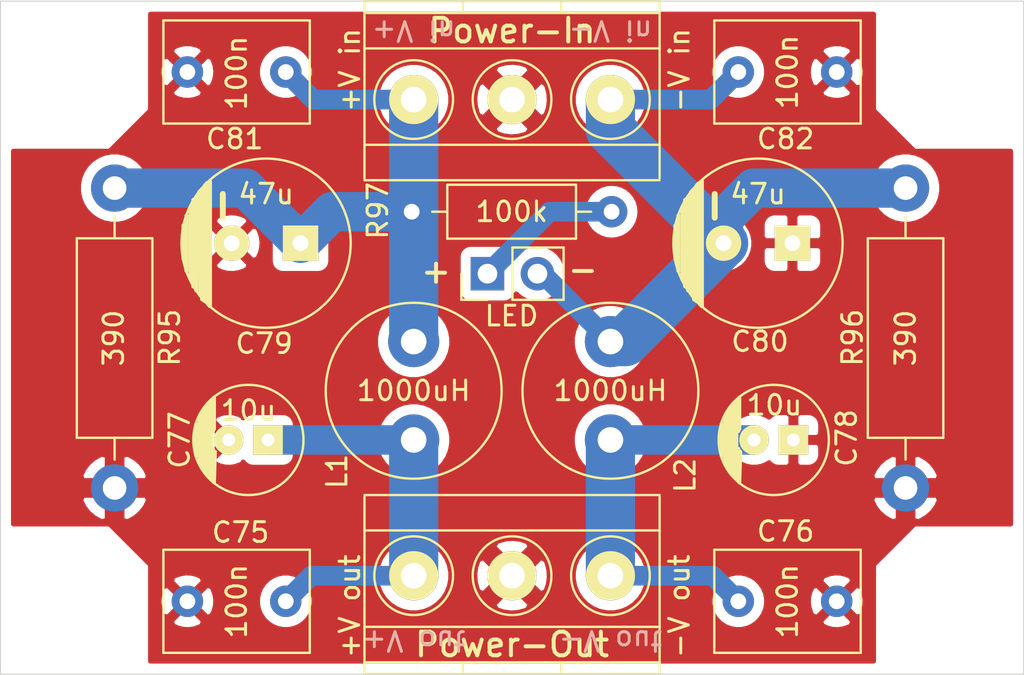
<source format=kicad_pcb>
(kicad_pcb (version 20171130) (host pcbnew "(5.1.2-1)-1")

  (general
    (thickness 1.6)
    (drawings 16)
    (tracks 33)
    (zones 0)
    (modules 20)
    (nets 7)
  )

  (page A4)
  (layers
    (0 F.Cu signal)
    (31 B.Cu signal)
    (32 B.Adhes user hide)
    (33 F.Adhes user hide)
    (36 B.SilkS user)
    (37 F.SilkS user)
    (38 B.Mask user)
    (39 F.Mask user)
    (40 Dwgs.User user hide)
    (41 Cmts.User user hide)
    (44 Edge.Cuts user)
    (45 Margin user hide)
    (46 B.CrtYd user)
    (47 F.CrtYd user)
    (48 B.Fab user hide)
    (49 F.Fab user hide)
  )

  (setup
    (last_trace_width 0.1524)
    (user_trace_width 1)
    (user_trace_width 1.25)
    (user_trace_width 1.5)
    (user_trace_width 2)
    (user_trace_width 2.5)
    (trace_clearance 0.1524)
    (zone_clearance 0.508)
    (zone_45_only no)
    (trace_min 0.1524)
    (via_size 0.508)
    (via_drill 0.254)
    (via_min_size 0.508)
    (via_min_drill 0.254)
    (uvia_size 0.508)
    (uvia_drill 0.254)
    (uvias_allowed no)
    (uvia_min_size 0.2)
    (uvia_min_drill 0.1)
    (edge_width 0.15)
    (segment_width 0.1)
    (pcb_text_width 0.3)
    (pcb_text_size 1.5 1.5)
    (mod_edge_width 0.15)
    (mod_text_size 1 1)
    (mod_text_width 0.15)
    (pad_size 2.4 2.4)
    (pad_drill 1.2)
    (pad_to_mask_clearance 0.051)
    (solder_mask_min_width 0.25)
    (aux_axis_origin 0 0)
    (grid_origin 265.04 97.02)
    (visible_elements FFFFFF7F)
    (pcbplotparams
      (layerselection 0x010f0_ffffffff)
      (usegerberextensions false)
      (usegerberattributes false)
      (usegerberadvancedattributes false)
      (creategerberjobfile false)
      (excludeedgelayer false)
      (linewidth 0.100000)
      (plotframeref false)
      (viasonmask false)
      (mode 1)
      (useauxorigin false)
      (hpglpennumber 1)
      (hpglpenspeed 20)
      (hpglpendiameter 15.000000)
      (psnegative false)
      (psa4output false)
      (plotreference true)
      (plotvalue true)
      (plotinvisibletext false)
      (padsonsilk false)
      (subtractmaskfromsilk false)
      (outputformat 1)
      (mirror false)
      (drillshape 0)
      (scaleselection 1)
      (outputdirectory "gerbers/"))
  )

  (net 0 "")
  (net 1 GND)
  (net 2 "Net-(J2-Pad1)")
  (net 3 "Net-(C75-Pad1)")
  (net 4 "Net-(C76-Pad2)")
  (net 5 "Net-(C79-Pad1)")
  (net 6 "Net-(C80-Pad2)")

  (net_class Default "This is the default net class."
    (clearance 0.1524)
    (trace_width 0.1524)
    (via_dia 0.508)
    (via_drill 0.254)
    (uvia_dia 0.508)
    (uvia_drill 0.254)
    (add_net GND)
    (add_net "Net-(C75-Pad1)")
    (add_net "Net-(C76-Pad2)")
    (add_net "Net-(C79-Pad1)")
    (add_net "Net-(C80-Pad2)")
    (add_net "Net-(J2-Pad1)")
  )

  (net_class SMD ""
    (clearance 0.1524)
    (trace_width 0.254)
    (via_dia 0.508)
    (via_drill 0.254)
    (uvia_dia 0.508)
    (uvia_drill 0.254)
  )

  (net_class grounds ""
    (clearance 0.254)
    (trace_width 1)
    (via_dia 0.762)
    (via_drill 0.381)
    (uvia_dia 0.762)
    (uvia_drill 0.381)
  )

  (net_class power ""
    (clearance 0.254)
    (trace_width 1)
    (via_dia 0.762)
    (via_drill 0.254)
    (uvia_dia 0.508)
    (uvia_drill 0.254)
  )

  (net_class signal ""
    (clearance 0.2)
    (trace_width 0.6096)
    (via_dia 0.762)
    (via_drill 0.381)
    (uvia_dia 0.762)
    (uvia_drill 0.381)
  )

  (net_class soic ""
    (clearance 0.1524)
    (trace_width 0.4)
    (via_dia 0.508)
    (via_drill 0.254)
    (uvia_dia 0.508)
    (uvia_drill 0.254)
  )

  (module SMC_generic:Bourns_RLB0912 (layer F.Cu) (tedit 5AE59B06) (tstamp 5F616302)
    (at 253.04 97.32 270)
    (descr "Inductor, Radial series, Radial, pin pitch=5.00mm, , diameter=8.7mm, Fastron, 07HCP, http://cdn-reichelt.de/documents/datenblatt/B400/DS_07HCP.pdf")
    (tags "Inductor Radial series Radial pin pitch 5.00mm  diameter 8.7mm Bourns RLB0912")
    (path /5D77D7ED)
    (fp_text reference L2 (at 6.8 -3.8 90) (layer F.SilkS)
      (effects (font (size 1 1) (thickness 0.15)))
    )
    (fp_text value 1000uH (at 2.5 0) (layer F.SilkS)
      (effects (font (size 1 1) (thickness 0.15)))
    )
    (fp_text user %R (at 2.5 0 90) (layer F.Fab)
      (effects (font (size 1 1) (thickness 0.15)))
    )
    (fp_circle (center 2.5 0) (end 7.1 0) (layer F.CrtYd) (width 0.05))
    (fp_circle (center 2.5 0) (end 6.97 0) (layer F.SilkS) (width 0.12))
    (fp_circle (center 2.5 0) (end 6.85 0) (layer F.Fab) (width 0.1))
    (pad 2 thru_hole circle (at 5 0 270) (size 2.6 2.6) (drill 1.3) (layers *.Cu *.Mask)
      (net 4 "Net-(C76-Pad2)"))
    (pad 1 thru_hole circle (at 0 0 270) (size 2.6 2.6) (drill 1.3) (layers *.Cu *.Mask)
      (net 6 "Net-(C80-Pad2)"))
    (model ${KIPRJMOD}/Lib/3D/rlb0912.stp
      (offset (xyz 2.539999961853027 0 0))
      (scale (xyz 0.9 1 0.9))
      (rotate (xyz -90 0 90))
    )
  )

  (module SMC_generic:C_Rect_L7.2mm_W5.0mm_P5.00mm_Wima (layer F.Cu) (tedit 5D53486E) (tstamp 5F6161D8)
    (at 236.54 83.62 180)
    (descr "C, Rect series, Radial, pin pitch=5.00mm, , length*width=7.2*5.5mm^2, Capacitor, http://www.wima.com/EN/WIMA_FKS_2.pdf")
    (tags "C Rect series Radial pin pitch 5.00mm  length 7.2mm width 5.5mm Capacitor")
    (path /5D5D1115)
    (fp_text reference C81 (at 2.6 -3.4) (layer F.SilkS)
      (effects (font (size 1 1) (thickness 0.15)))
    )
    (fp_text value 100n (at 2.5 -0.05 90) (layer F.SilkS)
      (effects (font (size 1 1) (thickness 0.15)))
    )
    (fp_line (start 6.35 -2.75) (end -1.35 -2.75) (layer F.CrtYd) (width 0.05))
    (fp_line (start 6.35 2.75) (end 6.35 -2.75) (layer F.CrtYd) (width 0.05))
    (fp_line (start -1.35 2.75) (end 6.35 2.75) (layer F.CrtYd) (width 0.05))
    (fp_line (start -1.35 -2.75) (end -1.35 2.75) (layer F.CrtYd) (width 0.05))
    (fp_line (start 6.22 -2.62) (end 6.22 2.62) (layer F.SilkS) (width 0.12))
    (fp_line (start -1.22 -2.62) (end -1.22 2.62) (layer F.SilkS) (width 0.12))
    (fp_line (start -1.22 2.62) (end 6.22 2.62) (layer F.SilkS) (width 0.12))
    (fp_line (start -1.22 -2.62) (end 6.22 -2.62) (layer F.SilkS) (width 0.12))
    (fp_line (start 6.1 -2.5) (end -1.1 -2.5) (layer F.Fab) (width 0.1))
    (fp_line (start 6.1 2.5) (end 6.1 -2.5) (layer F.Fab) (width 0.1))
    (fp_line (start -1.1 2.5) (end 6.1 2.5) (layer F.Fab) (width 0.1))
    (fp_line (start -1.1 -2.5) (end -1.1 2.5) (layer F.Fab) (width 0.1))
    (pad 2 thru_hole circle (at 5 0 180) (size 1.6 1.6) (drill 0.8) (layers *.Cu *.Mask)
      (net 1 GND))
    (pad 1 thru_hole circle (at 0 0 180) (size 1.6 1.6) (drill 0.8) (layers *.Cu *.Mask)
      (net 5 "Net-(C79-Pad1)"))
    (model ${KIPRJMOD}/Lib/3D/C_Rect_L7.2mm_W5.0mm_P5.00mm_Wima.wrl
      (at (xyz 0 0 0))
      (scale (xyz 1 1.1 1.1))
      (rotate (xyz 0 0 0))
    )
  )

  (module SMC_generic:C_Rect_L7.2mm_W5.0mm_P5.00mm_Wima (layer F.Cu) (tedit 5D53486E) (tstamp 5F829492)
    (at 264.54 83.62 180)
    (descr "C, Rect series, Radial, pin pitch=5.00mm, , length*width=7.2*5.5mm^2, Capacitor, http://www.wima.com/EN/WIMA_FKS_2.pdf")
    (tags "C Rect series Radial pin pitch 5.00mm  length 7.2mm width 5.5mm Capacitor")
    (path /5D6BF170)
    (fp_text reference C82 (at 2.6 -3.4) (layer F.SilkS)
      (effects (font (size 1 1) (thickness 0.15)))
    )
    (fp_text value 100n (at 2.5 0 90) (layer F.SilkS)
      (effects (font (size 1 1) (thickness 0.15)))
    )
    (fp_line (start 6.35 -2.75) (end -1.35 -2.75) (layer F.CrtYd) (width 0.05))
    (fp_line (start 6.35 2.75) (end 6.35 -2.75) (layer F.CrtYd) (width 0.05))
    (fp_line (start -1.35 2.75) (end 6.35 2.75) (layer F.CrtYd) (width 0.05))
    (fp_line (start -1.35 -2.75) (end -1.35 2.75) (layer F.CrtYd) (width 0.05))
    (fp_line (start 6.22 -2.62) (end 6.22 2.62) (layer F.SilkS) (width 0.12))
    (fp_line (start -1.22 -2.62) (end -1.22 2.62) (layer F.SilkS) (width 0.12))
    (fp_line (start -1.22 2.62) (end 6.22 2.62) (layer F.SilkS) (width 0.12))
    (fp_line (start -1.22 -2.62) (end 6.22 -2.62) (layer F.SilkS) (width 0.12))
    (fp_line (start 6.1 -2.5) (end -1.1 -2.5) (layer F.Fab) (width 0.1))
    (fp_line (start 6.1 2.5) (end 6.1 -2.5) (layer F.Fab) (width 0.1))
    (fp_line (start -1.1 2.5) (end 6.1 2.5) (layer F.Fab) (width 0.1))
    (fp_line (start -1.1 -2.5) (end -1.1 2.5) (layer F.Fab) (width 0.1))
    (pad 2 thru_hole circle (at 5 0 180) (size 1.6 1.6) (drill 0.8) (layers *.Cu *.Mask)
      (net 6 "Net-(C80-Pad2)"))
    (pad 1 thru_hole circle (at 0 0 180) (size 1.6 1.6) (drill 0.8) (layers *.Cu *.Mask)
      (net 1 GND))
    (model ${KIPRJMOD}/Lib/3D/C_Rect_L7.2mm_W5.0mm_P5.00mm_Wima.wrl
      (at (xyz 0 0 0))
      (scale (xyz 1 1.1 1.1))
      (rotate (xyz 0 0 0))
    )
  )

  (module SMC_generic:CP_5x11mm_Silmic (layer F.Cu) (tedit 5D587B39) (tstamp 5F82267C)
    (at 261.34 102.32 90)
    (descr "Capacitor, pol, cyl 5x11mm")
    (path /5D778A64)
    (fp_text reference C78 (at 0.1 3.7 -90) (layer F.SilkS)
      (effects (font (size 1 1) (thickness 0.15)))
    )
    (fp_text value 10u (at 1.77 0.03) (layer F.SilkS)
      (effects (font (size 1 1) (thickness 0.15)))
    )
    (fp_line (start 0.65 -1.8) (end 0.45 -1.8) (layer F.SilkS) (width 0.2))
    (fp_line (start -0.8 -1.8) (end -0.45 -1.8) (layer F.SilkS) (width 0.2))
    (fp_line (start 2.15 -1.75) (end 0.55 -1.75) (layer F.SilkS) (width 0.2))
    (fp_line (start -2.15 -1.75) (end -0.6 -1.7) (layer F.SilkS) (width 0.2))
    (fp_line (start 1.65 -2.2) (end -0.15 -2.2) (layer F.SilkS) (width 0.2))
    (fp_line (start -2 -1.9) (end 2 -1.9) (layer F.SilkS) (width 0.2))
    (fp_line (start -1.85 -2.05) (end 1.85 -2.05) (layer F.SilkS) (width 0.2))
    (fp_line (start -1.45 -2.35) (end 1.4 -2.35) (layer F.SilkS) (width 0.2))
    (fp_line (start -0.8 -2.65) (end 0.8 -2.65) (layer F.SilkS) (width 0.2))
    (fp_line (start -1.2 -2.5) (end 1.2 -2.5) (layer F.SilkS) (width 0.15))
    (fp_line (start -1.7 -2.2) (end -0.2 -2.2) (layer F.SilkS) (width 0.15))
    (fp_circle (center 0 0) (end 2.8 0) (layer F.SilkS) (width 0.12))
    (pad 1 thru_hole rect (at 0 1 90) (size 1.5 1.5) (drill 0.65) (layers *.Cu *.Mask F.SilkS)
      (net 1 GND))
    (pad 2 thru_hole circle (at 0 -1 90) (size 1.5 1.5) (drill 0.65) (layers *.Cu *.Mask F.SilkS)
      (net 4 "Net-(C76-Pad2)"))
    (model ${KIPRJMOD}/Lib/3D/cp_5x11mm_Silmic.wrl
      (at (xyz 0 0 0))
      (scale (xyz 1 1 1))
      (rotate (xyz 0 0 0))
    )
  )

  (module MountingHole:MountingHole_3.2mm_M3 (layer F.Cu) (tedit 56D1B4CB) (tstamp 5F615424)
    (at 226.04 110.22 90)
    (descr "Mounting Hole 3.2mm, no annular, M3")
    (tags "mounting hole 3.2mm no annular m3")
    (path /5D630765)
    (attr virtual)
    (fp_text reference H1 (at 0 -4.2 90) (layer F.SilkS) hide
      (effects (font (size 1 1) (thickness 0.15)))
    )
    (fp_text value MountingHole (at 0 4.2 90) (layer F.Fab)
      (effects (font (size 1 1) (thickness 0.15)))
    )
    (fp_circle (center 0 0) (end 3.45 0) (layer F.CrtYd) (width 0.05))
    (fp_circle (center 0 0) (end 3.2 0) (layer Cmts.User) (width 0.15))
    (fp_text user %R (at 0.3 0 90) (layer F.Fab)
      (effects (font (size 1 1) (thickness 0.15)))
    )
    (pad 1 np_thru_hole circle (at 0 0 90) (size 3.2 3.2) (drill 3.2) (layers *.Cu *.Mask))
  )

  (module MountingHole:MountingHole_3.2mm_M3 (layer F.Cu) (tedit 56D1B4CB) (tstamp 5F61540F)
    (at 270.04 110.22 90)
    (descr "Mounting Hole 3.2mm, no annular, M3")
    (tags "mounting hole 3.2mm no annular m3")
    (path /5D6322F9)
    (attr virtual)
    (fp_text reference H2 (at 0 -4.2 90) (layer F.SilkS) hide
      (effects (font (size 1 1) (thickness 0.15)))
    )
    (fp_text value MountingHole (at 0 4.2 90) (layer F.Fab)
      (effects (font (size 1 1) (thickness 0.15)))
    )
    (fp_circle (center 0 0) (end 3.45 0) (layer F.CrtYd) (width 0.05))
    (fp_circle (center 0 0) (end 3.2 0) (layer Cmts.User) (width 0.15))
    (fp_text user %R (at 0.3 0 90) (layer F.Fab)
      (effects (font (size 1 1) (thickness 0.15)))
    )
    (pad 1 np_thru_hole circle (at 0 0 90) (size 3.2 3.2) (drill 3.2) (layers *.Cu *.Mask))
  )

  (module MountingHole:MountingHole_3.2mm_M3 (layer F.Cu) (tedit 56D1B4CB) (tstamp 5F6153FA)
    (at 226.04 84.02 90)
    (descr "Mounting Hole 3.2mm, no annular, M3")
    (tags "mounting hole 3.2mm no annular m3")
    (path /5D633A49)
    (attr virtual)
    (fp_text reference H3 (at 0 -4.2 90) (layer F.SilkS) hide
      (effects (font (size 1 1) (thickness 0.15)))
    )
    (fp_text value MountingHole (at 0 4.2 90) (layer F.Fab)
      (effects (font (size 1 1) (thickness 0.15)))
    )
    (fp_circle (center 0 0) (end 3.45 0) (layer F.CrtYd) (width 0.05))
    (fp_circle (center 0 0) (end 3.2 0) (layer Cmts.User) (width 0.15))
    (fp_text user %R (at 0.3 0 90) (layer F.Fab)
      (effects (font (size 1 1) (thickness 0.15)))
    )
    (pad 1 np_thru_hole circle (at 0 0 90) (size 3.2 3.2) (drill 3.2) (layers *.Cu *.Mask))
  )

  (module MountingHole:MountingHole_3.2mm_M3 (layer F.Cu) (tedit 56D1B4CB) (tstamp 5F6153E5)
    (at 270.04 84.02 90)
    (descr "Mounting Hole 3.2mm, no annular, M3")
    (tags "mounting hole 3.2mm no annular m3")
    (path /5D635250)
    (attr virtual)
    (fp_text reference H4 (at 0 -4.2 90) (layer F.SilkS) hide
      (effects (font (size 1 1) (thickness 0.15)))
    )
    (fp_text value MountingHole (at 0 4.2 90) (layer F.Fab)
      (effects (font (size 1 1) (thickness 0.15)))
    )
    (fp_circle (center 0 0) (end 3.45 0) (layer F.CrtYd) (width 0.05))
    (fp_circle (center 0 0) (end 3.2 0) (layer Cmts.User) (width 0.15))
    (fp_text user %R (at 0.3 0 90) (layer F.Fab)
      (effects (font (size 1 1) (thickness 0.15)))
    )
    (pad 1 np_thru_hole circle (at 0 0 90) (size 3.2 3.2) (drill 3.2) (layers *.Cu *.Mask))
  )

  (module SMC_generic:CP_8x11.5mm_Silmic (layer F.Cu) (tedit 5D5AE3F7) (tstamp 5F876BE0)
    (at 235.54 92.32 90)
    (descr "Capacitor, pol, cyl 8x11.5mm")
    (path /5D6C4F49)
    (fp_text reference C79 (at -5.1 -0.1) (layer F.SilkS)
      (effects (font (size 1 1) (thickness 0.15)))
    )
    (fp_text value 47u (at 2.5 0) (layer F.SilkS)
      (effects (font (size 1 1) (thickness 0.15)))
    )
    (fp_line (start -2.2 -3.7) (end 2.2 -3.7) (layer F.SilkS) (width 0.2032))
    (fp_circle (center 0 0) (end 4.3 0) (layer F.SilkS) (width 0.12))
    (fp_line (start -1.8 -3.85) (end 1.8 -3.85) (layer F.SilkS) (width 0.2032))
    (fp_line (start -1.4 -4.05) (end 1.4 -4.05) (layer F.SilkS) (width 0.2032))
    (fp_line (start -0.8 -4.2) (end 0.9 -4.2) (layer F.SilkS) (width 0.2032))
    (fp_line (start 1.3 -2.2) (end 2.5 -2.2) (layer F.SilkS) (width 0.3))
    (fp_line (start -2.4 -3.55) (end 2.35 -3.55) (layer F.SilkS) (width 0.2032))
    (fp_line (start -2.65 -3.35) (end 2.6 -3.4) (layer F.SilkS) (width 0.2))
    (fp_line (start 2.6 -3.4) (end 2.75 -3.25) (layer F.SilkS) (width 0.2))
    (fp_line (start 2.75 -3.25) (end -2.85 -3.25) (layer F.SilkS) (width 0.2))
    (fp_line (start -2.85 -3.25) (end -2.95 -3.1) (layer F.SilkS) (width 0.2))
    (fp_line (start -2.95 -3.1) (end 2.95 -3.1) (layer F.SilkS) (width 0.2))
    (fp_line (start 2.95 -3.1) (end 3.05 -3) (layer F.SilkS) (width 0.2))
    (fp_line (start 3.05 -3) (end -3.1 -2.95) (layer F.SilkS) (width 0.2))
    (fp_line (start -3.1 -2.95) (end -3.2 -2.85) (layer F.SilkS) (width 0.2))
    (fp_line (start -3.2 -2.85) (end 3.15 -2.85) (layer F.SilkS) (width 0.2))
    (pad 1 thru_hole rect (at 0 1.75 90) (size 1.8 1.8) (drill 0.8) (layers *.Cu *.Mask F.SilkS)
      (net 5 "Net-(C79-Pad1)"))
    (pad 2 thru_hole circle (at 0 -1.75 90) (size 1.8 1.8) (drill 0.8) (layers *.Cu *.Mask F.SilkS)
      (net 1 GND))
    (model ${KIPRJMOD}/Lib/3D/cp_8x11.5mm_Silmic.wrl
      (at (xyz 0 0 0))
      (scale (xyz 1 1 1))
      (rotate (xyz 0 0 0))
    )
  )

  (module SMC_generic:CP_8x11.5mm_Silmic (layer F.Cu) (tedit 5D5AE3F7) (tstamp 5F821D06)
    (at 260.54 92.32 90)
    (descr "Capacitor, pol, cyl 8x11.5mm")
    (path /5D6CCE5A)
    (fp_text reference C80 (at -5 0.1) (layer F.SilkS)
      (effects (font (size 1 1) (thickness 0.15)))
    )
    (fp_text value 47u (at 2.5 0 180) (layer F.SilkS)
      (effects (font (size 1 1) (thickness 0.15)))
    )
    (fp_line (start -3.2 -2.85) (end 3.15 -2.85) (layer F.SilkS) (width 0.2))
    (fp_line (start -3.1 -2.95) (end -3.2 -2.85) (layer F.SilkS) (width 0.2))
    (fp_line (start 3.05 -3) (end -3.1 -2.95) (layer F.SilkS) (width 0.2))
    (fp_line (start 2.95 -3.1) (end 3.05 -3) (layer F.SilkS) (width 0.2))
    (fp_line (start -2.95 -3.1) (end 2.95 -3.1) (layer F.SilkS) (width 0.2))
    (fp_line (start -2.85 -3.25) (end -2.95 -3.1) (layer F.SilkS) (width 0.2))
    (fp_line (start 2.75 -3.25) (end -2.85 -3.25) (layer F.SilkS) (width 0.2))
    (fp_line (start 2.6 -3.4) (end 2.75 -3.25) (layer F.SilkS) (width 0.2))
    (fp_line (start -2.65 -3.35) (end 2.6 -3.4) (layer F.SilkS) (width 0.2))
    (fp_line (start -2.4 -3.55) (end 2.35 -3.55) (layer F.SilkS) (width 0.2032))
    (fp_line (start 1.3 -2.2) (end 2.5 -2.2) (layer F.SilkS) (width 0.3))
    (fp_line (start -0.8 -4.2) (end 0.9 -4.2) (layer F.SilkS) (width 0.2032))
    (fp_line (start -1.4 -4.05) (end 1.4 -4.05) (layer F.SilkS) (width 0.2032))
    (fp_line (start -1.8 -3.85) (end 1.8 -3.85) (layer F.SilkS) (width 0.2032))
    (fp_circle (center 0 0) (end 4.3 0) (layer F.SilkS) (width 0.12))
    (fp_line (start -2.2 -3.7) (end 2.2 -3.7) (layer F.SilkS) (width 0.2032))
    (pad 2 thru_hole circle (at 0 -1.75 90) (size 1.8 1.8) (drill 0.8) (layers *.Cu *.Mask F.SilkS)
      (net 6 "Net-(C80-Pad2)"))
    (pad 1 thru_hole rect (at 0 1.75 90) (size 1.8 1.8) (drill 0.8) (layers *.Cu *.Mask F.SilkS)
      (net 1 GND))
    (model ${KIPRJMOD}/Lib/3D/cp_8x11.5mm_Silmic.wrl
      (at (xyz 0 0 0))
      (scale (xyz 1 1 1))
      (rotate (xyz 0 0 0))
    )
  )

  (module SMC_generic:CP_5x11mm_Silmic (layer F.Cu) (tedit 5D587B39) (tstamp 5F821D1B)
    (at 234.64 102.32 90)
    (descr "Capacitor, pol, cyl 5x11mm")
    (path /5D76CE91)
    (fp_text reference C77 (at 0 -3.5 90) (layer F.SilkS)
      (effects (font (size 1 1) (thickness 0.15)))
    )
    (fp_text value 10u (at 1.5 0) (layer F.SilkS)
      (effects (font (size 1 1) (thickness 0.15)))
    )
    (fp_circle (center 0 0) (end 2.8 0) (layer F.SilkS) (width 0.12))
    (fp_line (start -1.7 -2.2) (end -0.2 -2.2) (layer F.SilkS) (width 0.15))
    (fp_line (start -1.2 -2.5) (end 1.2 -2.5) (layer F.SilkS) (width 0.15))
    (fp_line (start -0.8 -2.65) (end 0.8 -2.65) (layer F.SilkS) (width 0.2))
    (fp_line (start -1.45 -2.35) (end 1.4 -2.35) (layer F.SilkS) (width 0.2))
    (fp_line (start -1.85 -2.05) (end 1.85 -2.05) (layer F.SilkS) (width 0.2))
    (fp_line (start -2 -1.9) (end 2 -1.9) (layer F.SilkS) (width 0.2))
    (fp_line (start 1.65 -2.2) (end -0.15 -2.2) (layer F.SilkS) (width 0.2))
    (fp_line (start -2.15 -1.75) (end -0.6 -1.7) (layer F.SilkS) (width 0.2))
    (fp_line (start 2.15 -1.75) (end 0.55 -1.75) (layer F.SilkS) (width 0.2))
    (fp_line (start -0.8 -1.8) (end -0.45 -1.8) (layer F.SilkS) (width 0.2))
    (fp_line (start 0.65 -1.8) (end 0.45 -1.8) (layer F.SilkS) (width 0.2))
    (pad 2 thru_hole circle (at 0 -1 90) (size 1.5 1.5) (drill 0.65) (layers *.Cu *.Mask F.SilkS)
      (net 1 GND))
    (pad 1 thru_hole rect (at 0 1 90) (size 1.5 1.5) (drill 0.65) (layers *.Cu *.Mask F.SilkS)
      (net 3 "Net-(C75-Pad1)"))
    (model ${KIPRJMOD}/Lib/3D/cp_5x11mm_Silmic.wrl
      (at (xyz 0 0 0))
      (scale (xyz 1 1 1))
      (rotate (xyz 0 0 0))
    )
  )

  (module SMC_generic:C_Rect_L7.2mm_W5.0mm_P5.00mm_Wima (layer F.Cu) (tedit 5D53486E) (tstamp 5F821D2C)
    (at 236.54 110.52 180)
    (descr "C, Rect series, Radial, pin pitch=5.00mm, , length*width=7.2*5.5mm^2, Capacitor, http://www.wima.com/EN/WIMA_FKS_2.pdf")
    (tags "C Rect series Radial pin pitch 5.00mm  length 7.2mm width 5.5mm Capacitor")
    (path /5D76EAF7)
    (fp_text reference C75 (at 2.3 3.5 180) (layer F.SilkS)
      (effects (font (size 1 1) (thickness 0.15)))
    )
    (fp_text value 100n (at 2.5 0 270) (layer F.SilkS)
      (effects (font (size 1 1) (thickness 0.15)))
    )
    (fp_line (start -1.1 -2.5) (end -1.1 2.5) (layer F.Fab) (width 0.1))
    (fp_line (start -1.1 2.5) (end 6.1 2.5) (layer F.Fab) (width 0.1))
    (fp_line (start 6.1 2.5) (end 6.1 -2.5) (layer F.Fab) (width 0.1))
    (fp_line (start 6.1 -2.5) (end -1.1 -2.5) (layer F.Fab) (width 0.1))
    (fp_line (start -1.22 -2.62) (end 6.22 -2.62) (layer F.SilkS) (width 0.12))
    (fp_line (start -1.22 2.62) (end 6.22 2.62) (layer F.SilkS) (width 0.12))
    (fp_line (start -1.22 -2.62) (end -1.22 2.62) (layer F.SilkS) (width 0.12))
    (fp_line (start 6.22 -2.62) (end 6.22 2.62) (layer F.SilkS) (width 0.12))
    (fp_line (start -1.35 -2.75) (end -1.35 2.75) (layer F.CrtYd) (width 0.05))
    (fp_line (start -1.35 2.75) (end 6.35 2.75) (layer F.CrtYd) (width 0.05))
    (fp_line (start 6.35 2.75) (end 6.35 -2.75) (layer F.CrtYd) (width 0.05))
    (fp_line (start 6.35 -2.75) (end -1.35 -2.75) (layer F.CrtYd) (width 0.05))
    (pad 1 thru_hole circle (at 0 0 180) (size 1.6 1.6) (drill 0.8) (layers *.Cu *.Mask)
      (net 3 "Net-(C75-Pad1)"))
    (pad 2 thru_hole circle (at 5 0 180) (size 1.6 1.6) (drill 0.8) (layers *.Cu *.Mask)
      (net 1 GND))
    (model ${KIPRJMOD}/Lib/3D/C_Rect_L7.2mm_W5.0mm_P5.00mm_Wima.wrl
      (at (xyz 0 0 0))
      (scale (xyz 1 1.1 1.1))
      (rotate (xyz 0 0 0))
    )
  )

  (module SMC_generic:C_Rect_L7.2mm_W5.0mm_P5.00mm_Wima (layer F.Cu) (tedit 5D53486E) (tstamp 5F821D3D)
    (at 264.54 110.52 180)
    (descr "C, Rect series, Radial, pin pitch=5.00mm, , length*width=7.2*5.5mm^2, Capacitor, http://www.wima.com/EN/WIMA_FKS_2.pdf")
    (tags "C Rect series Radial pin pitch 5.00mm  length 7.2mm width 5.5mm Capacitor")
    (path /5D7752F6)
    (fp_text reference C76 (at 2.6 3.55) (layer F.SilkS)
      (effects (font (size 1 1) (thickness 0.15)))
    )
    (fp_text value 100n (at 2.5 0 90) (layer F.SilkS)
      (effects (font (size 1 1) (thickness 0.15)))
    )
    (fp_line (start 6.35 -2.75) (end -1.35 -2.75) (layer F.CrtYd) (width 0.05))
    (fp_line (start 6.35 2.75) (end 6.35 -2.75) (layer F.CrtYd) (width 0.05))
    (fp_line (start -1.35 2.75) (end 6.35 2.75) (layer F.CrtYd) (width 0.05))
    (fp_line (start -1.35 -2.75) (end -1.35 2.75) (layer F.CrtYd) (width 0.05))
    (fp_line (start 6.22 -2.62) (end 6.22 2.62) (layer F.SilkS) (width 0.12))
    (fp_line (start -1.22 -2.62) (end -1.22 2.62) (layer F.SilkS) (width 0.12))
    (fp_line (start -1.22 2.62) (end 6.22 2.62) (layer F.SilkS) (width 0.12))
    (fp_line (start -1.22 -2.62) (end 6.22 -2.62) (layer F.SilkS) (width 0.12))
    (fp_line (start 6.1 -2.5) (end -1.1 -2.5) (layer F.Fab) (width 0.1))
    (fp_line (start 6.1 2.5) (end 6.1 -2.5) (layer F.Fab) (width 0.1))
    (fp_line (start -1.1 2.5) (end 6.1 2.5) (layer F.Fab) (width 0.1))
    (fp_line (start -1.1 -2.5) (end -1.1 2.5) (layer F.Fab) (width 0.1))
    (pad 2 thru_hole circle (at 5 0 180) (size 1.6 1.6) (drill 0.8) (layers *.Cu *.Mask)
      (net 4 "Net-(C76-Pad2)"))
    (pad 1 thru_hole circle (at 0 0 180) (size 1.6 1.6) (drill 0.8) (layers *.Cu *.Mask)
      (net 1 GND))
    (model ${KIPRJMOD}/Lib/3D/C_Rect_L7.2mm_W5.0mm_P5.00mm_Wima.wrl
      (at (xyz 0 0 0))
      (scale (xyz 1 1.1 1.1))
      (rotate (xyz 0 0 0))
    )
  )

  (module SMC_generic:mkds_1,5-3 (layer F.Cu) (tedit 5F876DC5) (tstamp 5F821D4E)
    (at 248.04 85.02 180)
    (descr "3-way 5mm pitch terminal block, Phoenix MKDS series")
    (path /5D5F1294)
    (fp_text reference J1 (at 0 -5.4) (layer F.Fab)
      (effects (font (size 1.2 1.2) (thickness 0.2)))
    )
    (fp_text value Power-In (at 0 3.5) (layer F.SilkS)
      (effects (font (size 1.2 1.2) (thickness 0.2)))
    )
    (fp_line (start -7.5 -4) (end -7.5 5) (layer F.SilkS) (width 0.12))
    (fp_line (start 7.5 -4.1) (end -7.5 -4.1) (layer F.SilkS) (width 0.12))
    (fp_line (start 7.5 5) (end 7.5 -4) (layer F.SilkS) (width 0.12))
    (fp_line (start -7.5 5) (end 7.5 5) (layer F.SilkS) (width 0.12))
    (fp_line (start -7.5 4.4) (end 7.5 4.4) (layer F.SilkS) (width 0.12))
    (fp_line (start -7.5 -2.3) (end 7.5 -2.3) (layer F.SilkS) (width 0.12))
    (fp_line (start -7.5 2.6) (end 7.5 2.6) (layer F.SilkS) (width 0.12))
    (fp_circle (center -5 0) (end -3 0) (layer F.SilkS) (width 0.12))
    (fp_circle (center 0 0) (end 2 0) (layer F.SilkS) (width 0.12))
    (fp_line (start -2.5 4.5) (end -2.5 5) (layer F.SilkS) (width 0.12))
    (fp_line (start 2.5 4.5) (end 2.5 5) (layer F.SilkS) (width 0.12))
    (fp_circle (center 5 0) (end 7 0) (layer F.SilkS) (width 0.12))
    (pad 2 thru_hole circle (at 0 0 180) (size 2.5 2.5) (drill 1.3) (layers *.Cu *.Mask F.SilkS)
      (net 1 GND) (thermal_width 1))
    (pad 1 thru_hole circle (at -5 0 180) (size 2.5 2.5) (drill 1.3) (layers *.Cu *.Mask F.SilkS)
      (net 6 "Net-(C80-Pad2)"))
    (pad 3 thru_hole circle (at 5 0 180) (size 2.5 2.5) (drill 1.3) (layers *.Cu *.Mask F.SilkS)
      (net 5 "Net-(C79-Pad1)"))
    (model ${KIPRJMOD}/Lib/3D/pxc_1935174_03_PT-1-5-3-5-0-H_3D.stp
      (offset (xyz -30.09899954795837 -44.70399932861328 -38.86199941635132))
      (scale (xyz 1 1 1))
      (rotate (xyz 90 180 90))
    )
  )

  (module Connector_PinHeader_2.54mm:PinHeader_1x02_P2.54mm_Vertical (layer F.Cu) (tedit 59FED5CC) (tstamp 5F821D60)
    (at 246.79 93.87 90)
    (descr "Through hole straight pin header, 1x02, 2.54mm pitch, single row")
    (tags "Through hole pin header THT 1x02 2.54mm single row")
    (path /5D5D4860)
    (fp_text reference J2 (at -2.125 1.2) (layer F.Fab)
      (effects (font (size 1 1) (thickness 0.15)))
    )
    (fp_text value LED (at -2.15 1.225) (layer F.SilkS)
      (effects (font (size 1 1) (thickness 0.15)))
    )
    (fp_line (start -0.635 -1.27) (end 1.27 -1.27) (layer F.Fab) (width 0.1))
    (fp_line (start 1.27 -1.27) (end 1.27 3.81) (layer F.Fab) (width 0.1))
    (fp_line (start 1.27 3.81) (end -1.27 3.81) (layer F.Fab) (width 0.1))
    (fp_line (start -1.27 3.81) (end -1.27 -0.635) (layer F.Fab) (width 0.1))
    (fp_line (start -1.27 -0.635) (end -0.635 -1.27) (layer F.Fab) (width 0.1))
    (fp_line (start -1.33 3.87) (end 1.33 3.87) (layer F.SilkS) (width 0.12))
    (fp_line (start -1.33 1.27) (end -1.33 3.87) (layer F.SilkS) (width 0.12))
    (fp_line (start 1.33 1.27) (end 1.33 3.87) (layer F.SilkS) (width 0.12))
    (fp_line (start -1.33 1.27) (end 1.33 1.27) (layer F.SilkS) (width 0.12))
    (fp_line (start -1.33 0) (end -1.33 -1.33) (layer F.SilkS) (width 0.12))
    (fp_line (start -1.33 -1.33) (end 0 -1.33) (layer F.SilkS) (width 0.12))
    (fp_line (start -1.8 -1.8) (end -1.8 4.35) (layer F.CrtYd) (width 0.05))
    (fp_line (start -1.8 4.35) (end 1.8 4.35) (layer F.CrtYd) (width 0.05))
    (fp_line (start 1.8 4.35) (end 1.8 -1.8) (layer F.CrtYd) (width 0.05))
    (fp_line (start 1.8 -1.8) (end -1.8 -1.8) (layer F.CrtYd) (width 0.05))
    (fp_text user %R (at 0 1.27) (layer F.Fab)
      (effects (font (size 1 1) (thickness 0.15)))
    )
    (pad 1 thru_hole rect (at 0 0 90) (size 1.7 1.7) (drill 1) (layers *.Cu *.Mask)
      (net 2 "Net-(J2-Pad1)"))
    (pad 2 thru_hole oval (at 0 2.54 90) (size 1.7 1.7) (drill 1) (layers *.Cu *.Mask)
      (net 6 "Net-(C80-Pad2)"))
    (model ${KISYS3DMOD}/Connector_PinHeader_2.54mm.3dshapes/PinHeader_1x02_P2.54mm_Vertical.wrl
      (at (xyz 0 0 0))
      (scale (xyz 1 1 1))
      (rotate (xyz 0 0 0))
    )
  )

  (module SMC_generic:mkds_1,5-3 (layer F.Cu) (tedit 5F876DB7) (tstamp 5F821D75)
    (at 248.04 109.22)
    (descr "3-way 5mm pitch terminal block, Phoenix MKDS series")
    (path /5D5EF52C)
    (fp_text reference J3 (at 0 -5.4) (layer F.Fab)
      (effects (font (size 1.2 1.2) (thickness 0.2)))
    )
    (fp_text value Power-Out (at 0 3.5 unlocked) (layer F.SilkS)
      (effects (font (size 1.2 1.2) (thickness 0.2)))
    )
    (fp_circle (center 5 0) (end 7 0) (layer F.SilkS) (width 0.12))
    (fp_line (start 2.5 4.5) (end 2.5 5) (layer F.SilkS) (width 0.12))
    (fp_line (start -2.5 4.5) (end -2.5 5) (layer F.SilkS) (width 0.12))
    (fp_circle (center 0 0) (end 2 0) (layer F.SilkS) (width 0.12))
    (fp_circle (center -5 0) (end -3 0) (layer F.SilkS) (width 0.12))
    (fp_line (start -7.5 2.6) (end 7.5 2.6) (layer F.SilkS) (width 0.12))
    (fp_line (start -7.5 -2.3) (end 7.5 -2.3) (layer F.SilkS) (width 0.12))
    (fp_line (start -7.5 4.4) (end 7.5 4.4) (layer F.SilkS) (width 0.12))
    (fp_line (start -7.5 5) (end 7.5 5) (layer F.SilkS) (width 0.12))
    (fp_line (start 7.5 5) (end 7.5 -4) (layer F.SilkS) (width 0.12))
    (fp_line (start 7.5 -4.1) (end -7.5 -4.1) (layer F.SilkS) (width 0.12))
    (fp_line (start -7.5 -4) (end -7.5 5) (layer F.SilkS) (width 0.12))
    (pad 3 thru_hole circle (at 5 0) (size 2.5 2.5) (drill 1.3) (layers *.Cu *.Mask F.SilkS)
      (net 4 "Net-(C76-Pad2)"))
    (pad 1 thru_hole circle (at -5 0) (size 2.5 2.5) (drill 1.3) (layers *.Cu *.Mask F.SilkS)
      (net 3 "Net-(C75-Pad1)"))
    (pad 2 thru_hole circle (at 0 0) (size 2.5 2.5) (drill 1.3) (layers *.Cu *.Mask F.SilkS)
      (net 1 GND) (thermal_width 1))
    (model ${KIPRJMOD}/Lib/3D/pxc_1935174_03_PT-1-5-3-5-0-H_3D.stp
      (offset (xyz -30.09899954795837 -44.70399932861328 -38.86199941635132))
      (scale (xyz 1 1 1))
      (rotate (xyz 90 180 90))
    )
  )

  (module SMC_generic:Bourns_RLB0912 (layer F.Cu) (tedit 5AE59B06) (tstamp 5F821D90)
    (at 243.04 97.32 270)
    (descr "Inductor, Radial series, Radial, pin pitch=5.00mm, , diameter=8.7mm, Fastron, 07HCP, http://cdn-reichelt.de/documents/datenblatt/B400/DS_07HCP.pdf")
    (tags "Inductor Radial series Radial pin pitch 5.00mm  diameter 8.7mm Bourns RLB0912")
    (path /5D5CF69C)
    (fp_text reference L1 (at 6.6 3.9 90) (layer F.SilkS)
      (effects (font (size 1 1) (thickness 0.15)))
    )
    (fp_text value 1000uH (at 2.5 0) (layer F.SilkS)
      (effects (font (size 1 1) (thickness 0.15)))
    )
    (fp_circle (center 2.5 0) (end 6.85 0) (layer F.Fab) (width 0.1))
    (fp_circle (center 2.5 0) (end 6.97 0) (layer F.SilkS) (width 0.12))
    (fp_circle (center 2.5 0) (end 7.1 0) (layer F.CrtYd) (width 0.05))
    (fp_text user %R (at 2.5 0 90) (layer F.Fab)
      (effects (font (size 1 1) (thickness 0.15)))
    )
    (pad 1 thru_hole circle (at 0 0 270) (size 2.6 2.6) (drill 1.3) (layers *.Cu *.Mask)
      (net 5 "Net-(C79-Pad1)"))
    (pad 2 thru_hole circle (at 5 0 270) (size 2.6 2.6) (drill 1.3) (layers *.Cu *.Mask)
      (net 3 "Net-(C75-Pad1)"))
    (model ${KIPRJMOD}/Lib/3D/rlb0912.stp
      (offset (xyz 2.539999961853027 0 0))
      (scale (xyz 0.9 1 0.9))
      (rotate (xyz -90 0 90))
    )
  )

  (module SMC_generic:R_Axial__L6.3mm_D2.5mm_P10.16mm_custom (layer F.Cu) (tedit 5D5348AB) (tstamp 5F821D91)
    (at 242.94 90.72)
    (descr "Resistor, Axial_DIN0207 series, Axial, Horizontal, pin pitch=10.16mm, 0.25W = 1/4W, length*diameter=6.3*2.5mm^2, http://cdn-reichelt.de/documents/datenblatt/B400/1_4W%23YAG.pdf")
    (tags "Resistor Axial_DIN0207 series Axial Horizontal pin pitch 10.16mm 0.25W = 1/4W length 6.3mm diameter 2.5mm")
    (path /5D5D2B0B)
    (fp_text reference R97 (at -1.725 -0.05 -90) (layer F.SilkS)
      (effects (font (size 1 1) (thickness 0.15)))
    )
    (fp_text value 100k (at 5.08 0) (layer F.SilkS)
      (effects (font (size 1 1) (thickness 0.15)))
    )
    (fp_line (start 1.93 -1.25) (end 1.93 1.25) (layer F.Fab) (width 0.1))
    (fp_line (start 1.93 1.25) (end 8.23 1.25) (layer F.Fab) (width 0.1))
    (fp_line (start 8.23 1.25) (end 8.23 -1.25) (layer F.Fab) (width 0.1))
    (fp_line (start 8.23 -1.25) (end 1.93 -1.25) (layer F.Fab) (width 0.1))
    (fp_line (start 0 0) (end 1.93 0) (layer F.Fab) (width 0.1))
    (fp_line (start 10.16 0) (end 8.23 0) (layer F.Fab) (width 0.1))
    (fp_line (start 1.81 -1.37) (end 1.81 1.37) (layer F.SilkS) (width 0.12))
    (fp_line (start 1.81 1.37) (end 8.35 1.37) (layer F.SilkS) (width 0.12))
    (fp_line (start 8.35 1.37) (end 8.35 -1.37) (layer F.SilkS) (width 0.12))
    (fp_line (start 8.35 -1.37) (end 1.81 -1.37) (layer F.SilkS) (width 0.12))
    (fp_line (start 1.04 0) (end 1.81 0) (layer F.SilkS) (width 0.12))
    (fp_line (start 9.12 0) (end 8.35 0) (layer F.SilkS) (width 0.12))
    (fp_line (start -1.05 -1.5) (end -1.05 1.5) (layer F.CrtYd) (width 0.05))
    (fp_line (start -1.05 1.5) (end 11.21 1.5) (layer F.CrtYd) (width 0.05))
    (fp_line (start 11.21 1.5) (end 11.21 -1.5) (layer F.CrtYd) (width 0.05))
    (fp_line (start 11.21 -1.5) (end -1.05 -1.5) (layer F.CrtYd) (width 0.05))
    (pad 1 thru_hole circle (at 0 0) (size 1.6 1.6) (drill 0.8) (layers *.Cu *.Mask)
      (net 5 "Net-(C79-Pad1)"))
    (pad 2 thru_hole oval (at 10.16 0) (size 1.6 1.6) (drill 0.8) (layers *.Cu *.Mask)
      (net 2 "Net-(J2-Pad1)"))
    (model ${KISYS3DMOD}/Resistor_THT.3dshapes/R_Axial_DIN0207_L6.3mm_D2.5mm_P10.16mm_Horizontal.wrl
      (at (xyz 0 0 0))
      (scale (xyz 1 1 1))
      (rotate (xyz 0 0 0))
    )
  )

  (module Resistor_THT:R_Axial_DIN0411_L9.9mm_D3.6mm_P15.24mm_Horizontal (layer F.Cu) (tedit 5F876DF1) (tstamp 5F821DA6)
    (at 227.84 89.52 270)
    (descr "Resistor, Axial_DIN0411 series, Axial, Horizontal, pin pitch=15.24mm, 1W, length*diameter=9.9*3.6mm^2")
    (tags "Resistor Axial_DIN0411 series Axial Horizontal pin pitch 15.24mm 1W length 9.9mm diameter 3.6mm")
    (path /5D6CE984)
    (fp_text reference R95 (at 7.6 -2.8 90) (layer F.SilkS)
      (effects (font (size 1 1) (thickness 0.15)))
    )
    (fp_text value 390 (at 7.62 0.05 90) (layer F.SilkS)
      (effects (font (size 1 1) (thickness 0.15)))
    )
    (fp_line (start 2.67 -1.8) (end 2.67 1.8) (layer F.Fab) (width 0.1))
    (fp_line (start 2.67 1.8) (end 12.57 1.8) (layer F.Fab) (width 0.1))
    (fp_line (start 12.57 1.8) (end 12.57 -1.8) (layer F.Fab) (width 0.1))
    (fp_line (start 12.57 -1.8) (end 2.67 -1.8) (layer F.Fab) (width 0.1))
    (fp_line (start 0 0) (end 2.67 0) (layer F.Fab) (width 0.1))
    (fp_line (start 15.24 0) (end 12.57 0) (layer F.Fab) (width 0.1))
    (fp_line (start 2.55 -1.92) (end 2.55 1.92) (layer F.SilkS) (width 0.12))
    (fp_line (start 2.55 1.92) (end 12.69 1.92) (layer F.SilkS) (width 0.12))
    (fp_line (start 12.69 1.92) (end 12.69 -1.92) (layer F.SilkS) (width 0.12))
    (fp_line (start 12.69 -1.92) (end 2.55 -1.92) (layer F.SilkS) (width 0.12))
    (fp_line (start 1.44 0) (end 2.55 0) (layer F.SilkS) (width 0.12))
    (fp_line (start 13.8 0) (end 12.69 0) (layer F.SilkS) (width 0.12))
    (fp_line (start -1.45 -2.05) (end -1.45 2.05) (layer F.CrtYd) (width 0.05))
    (fp_line (start -1.45 2.05) (end 16.69 2.05) (layer F.CrtYd) (width 0.05))
    (fp_line (start 16.69 2.05) (end 16.69 -2.05) (layer F.CrtYd) (width 0.05))
    (fp_line (start 16.69 -2.05) (end -1.45 -2.05) (layer F.CrtYd) (width 0.05))
    (fp_text user %R (at 7.62 0 90) (layer F.Fab)
      (effects (font (size 1 1) (thickness 0.15)))
    )
    (pad 1 thru_hole circle (at 0 0 270) (size 2.4 2.4) (drill 1.2) (layers *.Cu *.Mask)
      (net 5 "Net-(C79-Pad1)"))
    (pad 2 thru_hole oval (at 15.24 0 270) (size 2.4 2.4) (drill 1.2) (layers *.Cu *.Mask)
      (net 1 GND) (thermal_width 1))
    (model ${KISYS3DMOD}/Resistor_THT.3dshapes/R_Axial_DIN0411_L9.9mm_D3.6mm_P15.24mm_Horizontal.wrl
      (at (xyz 0 0 0))
      (scale (xyz 1 1 1))
      (rotate (xyz 0 0 0))
    )
  )

  (module Resistor_THT:R_Axial_DIN0411_L9.9mm_D3.6mm_P15.24mm_Horizontal (layer F.Cu) (tedit 5F876DFE) (tstamp 5F845F2B)
    (at 268.04 89.52 270)
    (descr "Resistor, Axial_DIN0411 series, Axial, Horizontal, pin pitch=15.24mm, 1W, length*diameter=9.9*3.6mm^2")
    (tags "Resistor Axial_DIN0411 series Axial Horizontal pin pitch 15.24mm 1W length 9.9mm diameter 3.6mm")
    (path /5D6D06D4)
    (fp_text reference R96 (at 7.6 2.7 90) (layer F.SilkS)
      (effects (font (size 1 1) (thickness 0.15)))
    )
    (fp_text value 390 (at 7.62 0 90) (layer F.SilkS)
      (effects (font (size 1 1) (thickness 0.15)))
    )
    (fp_text user %R (at 7.62 0 90) (layer F.Fab)
      (effects (font (size 1 1) (thickness 0.15)))
    )
    (fp_line (start 16.69 -2.05) (end -1.45 -2.05) (layer F.CrtYd) (width 0.05))
    (fp_line (start 16.69 2.05) (end 16.69 -2.05) (layer F.CrtYd) (width 0.05))
    (fp_line (start -1.45 2.05) (end 16.69 2.05) (layer F.CrtYd) (width 0.05))
    (fp_line (start -1.45 -2.05) (end -1.45 2.05) (layer F.CrtYd) (width 0.05))
    (fp_line (start 13.8 0) (end 12.69 0) (layer F.SilkS) (width 0.12))
    (fp_line (start 1.44 0) (end 2.55 0) (layer F.SilkS) (width 0.12))
    (fp_line (start 12.69 -1.92) (end 2.55 -1.92) (layer F.SilkS) (width 0.12))
    (fp_line (start 12.69 1.92) (end 12.69 -1.92) (layer F.SilkS) (width 0.12))
    (fp_line (start 2.55 1.92) (end 12.69 1.92) (layer F.SilkS) (width 0.12))
    (fp_line (start 2.55 -1.92) (end 2.55 1.92) (layer F.SilkS) (width 0.12))
    (fp_line (start 15.24 0) (end 12.57 0) (layer F.Fab) (width 0.1))
    (fp_line (start 0 0) (end 2.67 0) (layer F.Fab) (width 0.1))
    (fp_line (start 12.57 -1.8) (end 2.67 -1.8) (layer F.Fab) (width 0.1))
    (fp_line (start 12.57 1.8) (end 12.57 -1.8) (layer F.Fab) (width 0.1))
    (fp_line (start 2.67 1.8) (end 12.57 1.8) (layer F.Fab) (width 0.1))
    (fp_line (start 2.67 -1.8) (end 2.67 1.8) (layer F.Fab) (width 0.1))
    (pad 2 thru_hole oval (at 15.24 0 270) (size 2.4 2.4) (drill 1.2) (layers *.Cu *.Mask)
      (net 1 GND) (thermal_width 1))
    (pad 1 thru_hole circle (at 0 0 270) (size 2.4 2.4) (drill 1.2) (layers *.Cu *.Mask)
      (net 6 "Net-(C80-Pad2)"))
    (model ${KISYS3DMOD}/Resistor_THT.3dshapes/R_Axial_DIN0411_L9.9mm_D3.6mm_P15.24mm_Horizontal.wrl
      (at (xyz 0 0 0))
      (scale (xyz 1 1 1))
      (rotate (xyz 0 0 0))
    )
  )

  (gr_text - (at 251.64 93.82 180) (layer F.SilkS)
    (effects (font (size 1.2 1.2) (thickness 0.2)))
  )
  (gr_text + (at 244.09 93.82 90) (layer F.SilkS)
    (effects (font (size 1.2 1.2) (thickness 0.2)))
  )
  (gr_line (start 275.04 97.12) (end 221.04 97.12) (layer Dwgs.User) (width 0.05) (tstamp 5F87698E))
  (gr_line (start 248.04 78.02) (end 248.04 116.02) (layer Dwgs.User) (width 0.05))
  (gr_line (start 222.04 114.22) (end 222.04 80.02) (layer Edge.Cuts) (width 0.05) (tstamp 5F81D650))
  (gr_line (start 274.04 114.22) (end 222.04 114.22) (layer Edge.Cuts) (width 0.05))
  (gr_text "-V in" (at 253.04 81.52 180) (layer B.SilkS) (tstamp 5F614D2E)
    (effects (font (size 1 1) (thickness 0.15)) (justify mirror))
  )
  (gr_text "+V in" (at 243.04 81.52 180) (layer B.SilkS) (tstamp 5F614D2B)
    (effects (font (size 1 1) (thickness 0.15)) (justify mirror))
  )
  (gr_text "-V out" (at 253.04 112.52 180) (layer B.SilkS) (tstamp 5F614D28)
    (effects (font (size 1 1) (thickness 0.15)) (justify mirror))
  )
  (gr_text "+V out" (at 243.04 112.52 180) (layer B.SilkS) (tstamp 5F614D25)
    (effects (font (size 1 1) (thickness 0.15)) (justify mirror))
  )
  (gr_text "+V out" (at 239.79 110.77 90) (layer F.SilkS) (tstamp 5F614D22)
    (effects (font (size 1 1) (thickness 0.15)))
  )
  (gr_text "-V out" (at 256.54 110.77 90) (layer F.SilkS) (tstamp 5F614D1F)
    (effects (font (size 1 1) (thickness 0.15)))
  )
  (gr_text "-V in" (at 256.54 83.52 90) (layer F.SilkS) (tstamp 5F614D1C)
    (effects (font (size 1 1) (thickness 0.15)))
  )
  (gr_text "+V in" (at 239.79 83.52 90) (layer F.SilkS) (tstamp 5F614D19)
    (effects (font (size 1 1) (thickness 0.15)))
  )
  (gr_line (start 274.04 114.22) (end 274.04 80.02) (layer Edge.Cuts) (width 0.05) (tstamp 5F614D10))
  (gr_line (start 222.04 80.02) (end 274.04 80.02) (layer Edge.Cuts) (width 0.05) (tstamp 5F614D0D))

  (segment (start 249.94 90.72) (end 246.79 93.87) (width 1) (layer B.Cu) (net 2))
  (segment (start 253.1 90.72) (end 249.94 90.72) (width 1) (layer B.Cu) (net 2))
  (segment (start 235.64 102.32) (end 243.04 102.32) (width 1.5) (layer B.Cu) (net 3))
  (segment (start 237.84 109.22) (end 236.54 110.52) (width 1) (layer B.Cu) (net 3))
  (segment (start 243.04 109.22) (end 237.84 109.22) (width 1) (layer B.Cu) (net 3))
  (segment (start 243.04 102.32) (end 243.04 109.22) (width 2.5) (layer B.Cu) (net 3))
  (segment (start 258.24 109.22) (end 259.54 110.52) (width 1) (layer B.Cu) (net 4))
  (segment (start 253.04 109.22) (end 258.24 109.22) (width 1) (layer B.Cu) (net 4))
  (segment (start 253.04 102.32) (end 260.34 102.32) (width 1.5) (layer B.Cu) (net 4))
  (segment (start 253.04 102.32) (end 253.04 109.22) (width 2.5) (layer B.Cu) (net 4))
  (segment (start 242.94 85.12) (end 243.04 85.02) (width 2) (layer B.Cu) (net 5))
  (segment (start 234.49 89.52) (end 237.29 92.32) (width 2) (layer B.Cu) (net 5))
  (segment (start 227.84 89.52) (end 234.49 89.52) (width 2) (layer B.Cu) (net 5))
  (segment (start 238.89 90.72) (end 237.29 92.32) (width 2) (layer B.Cu) (net 5))
  (segment (start 242.94 90.72) (end 238.89 90.72) (width 2) (layer B.Cu) (net 5))
  (segment (start 237.94 85.02) (end 236.54 83.62) (width 1) (layer B.Cu) (net 5))
  (segment (start 243.04 85.02) (end 237.94 85.02) (width 1) (layer B.Cu) (net 5))
  (segment (start 243.04 90.62) (end 242.94 90.72) (width 2.5) (layer B.Cu) (net 5))
  (segment (start 243.04 85.02) (end 243.04 90.62) (width 2.5) (layer B.Cu) (net 5))
  (segment (start 243.04 90.82) (end 242.94 90.72) (width 2.5) (layer B.Cu) (net 5))
  (segment (start 243.04 97.32) (end 243.04 90.82) (width 2.5) (layer B.Cu) (net 5))
  (segment (start 266.342944 89.52) (end 268.04 89.52) (width 2) (layer B.Cu) (net 6))
  (segment (start 260.317208 89.52) (end 266.342944 89.52) (width 2) (layer B.Cu) (net 6))
  (segment (start 258.79 91.047208) (end 260.317208 89.52) (width 2) (layer B.Cu) (net 6))
  (segment (start 258.79 92.32) (end 258.79 91.047208) (width 2) (layer B.Cu) (net 6))
  (segment (start 258.14 85.02) (end 259.54 83.62) (width 1) (layer B.Cu) (net 6))
  (segment (start 253.04 85.02) (end 258.14 85.02) (width 1) (layer B.Cu) (net 6))
  (segment (start 253.04 86.57) (end 258.79 92.32) (width 2.5) (layer B.Cu) (net 6))
  (segment (start 253.04 85.02) (end 253.04 86.57) (width 2.5) (layer B.Cu) (net 6))
  (segment (start 253.79 97.32) (end 258.79 92.32) (width 2.5) (layer B.Cu) (net 6))
  (segment (start 253.04 97.32) (end 253.79 97.32) (width 2.5) (layer B.Cu) (net 6))
  (segment (start 249.59 93.87) (end 253.04 97.32) (width 1) (layer B.Cu) (net 6))
  (segment (start 249.33 93.87) (end 249.59 93.87) (width 1) (layer B.Cu) (net 6))

  (zone (net 1) (net_name GND) (layer F.Cu) (tstamp 5F82D4F9) (hatch edge 0.508)
    (connect_pads (clearance 0.508))
    (min_thickness 0.254)
    (fill yes (arc_segments 32) (thermal_gap 0.508) (thermal_bridge_width 0.508))
    (polygon
      (pts
        (xy 229.54 85.52) (xy 227.54 87.52) (xy 222.04 87.52) (xy 222.04 106.72) (xy 227.54 106.72)
        (xy 229.54 108.72) (xy 229.54 114.22) (xy 266.54 114.22) (xy 266.54 108.72) (xy 268.54 106.72)
        (xy 274.04 106.72) (xy 274.04 87.52) (xy 268.54 87.52) (xy 266.54 85.52) (xy 266.54 80.02)
        (xy 229.54 80.02)
      )
    )
    (filled_polygon
      (pts
        (xy 227.54 87.647) (xy 227.564776 87.64456) (xy 227.588601 87.637333) (xy 227.610557 87.625597) (xy 227.629803 87.609803)
        (xy 229.629803 85.609803) (xy 229.645597 85.590557) (xy 229.657333 85.568601) (xy 229.66456 85.544776) (xy 229.667 85.52)
        (xy 229.667 80.68) (xy 266.413 80.679999) (xy 266.413 85.52) (xy 266.41544 85.544776) (xy 266.422667 85.568601)
        (xy 266.434403 85.590557) (xy 266.450197 85.609803) (xy 268.450197 87.609803) (xy 268.469443 87.625597) (xy 268.491399 87.637333)
        (xy 268.515224 87.64456) (xy 268.54 87.647) (xy 273.38 87.647) (xy 273.38 106.593) (xy 268.689472 106.593)
        (xy 268.689472 106.47622) (xy 268.794313 106.432807) (xy 269.106167 106.253505) (xy 269.377049 106.016809) (xy 269.596549 105.731815)
        (xy 269.756232 105.409474) (xy 269.677952 105.133) (xy 268.413 105.133) (xy 268.413 104.387) (xy 269.677952 104.387)
        (xy 269.756232 104.110526) (xy 269.596549 103.788185) (xy 269.377049 103.503191) (xy 269.106167 103.266495) (xy 268.794313 103.087193)
        (xy 268.689472 103.04378) (xy 268.413 103.125777) (xy 268.413 104.387) (xy 268.413 105.133) (xy 268.413 106.394223)
        (xy 268.689472 106.47622) (xy 268.689472 106.593) (xy 268.54 106.593) (xy 268.515224 106.59544) (xy 268.491399 106.602667)
        (xy 268.469443 106.614403) (xy 268.450197 106.630197) (xy 267.859268 107.221126) (xy 267.859268 91.355) (xy 268.220732 91.355)
        (xy 268.57525 91.284482) (xy 268.909199 91.146156) (xy 269.209744 90.945338) (xy 269.465338 90.689744) (xy 269.666156 90.389199)
        (xy 269.804482 90.05525) (xy 269.875 89.700732) (xy 269.875 89.339268) (xy 269.804482 88.98475) (xy 269.666156 88.650801)
        (xy 269.465338 88.350256) (xy 269.209744 88.094662) (xy 268.909199 87.893844) (xy 268.57525 87.755518) (xy 268.220732 87.685)
        (xy 267.859268 87.685) (xy 267.50475 87.755518) (xy 267.170801 87.893844) (xy 266.870256 88.094662) (xy 266.614662 88.350256)
        (xy 266.413844 88.650801) (xy 266.275518 88.98475) (xy 266.205 89.339268) (xy 266.205 89.700732) (xy 266.275518 90.05525)
        (xy 266.413844 90.389199) (xy 266.614662 90.689744) (xy 266.870256 90.945338) (xy 267.170801 91.146156) (xy 267.50475 91.284482)
        (xy 267.859268 91.355) (xy 267.859268 107.221126) (xy 267.390528 107.689866) (xy 267.390528 106.47622) (xy 267.667 106.394223)
        (xy 267.667 105.133) (xy 266.402048 105.133) (xy 266.402048 104.387) (xy 267.667 104.387) (xy 267.667 103.125777)
        (xy 267.390528 103.04378) (xy 267.285687 103.087193) (xy 266.973833 103.266495) (xy 266.702951 103.503191) (xy 266.483451 103.788185)
        (xy 266.323768 104.110526) (xy 266.402048 104.387) (xy 266.402048 105.133) (xy 266.323768 105.409474) (xy 266.483451 105.731815)
        (xy 266.702951 106.016809) (xy 266.973833 106.253505) (xy 267.285687 106.432807) (xy 267.390528 106.47622) (xy 267.390528 107.689866)
        (xy 266.450197 108.630197) (xy 266.434403 108.649443) (xy 266.422667 108.671399) (xy 266.41544 108.695224) (xy 266.413 108.72)
        (xy 266.413 113.56) (xy 265.532702 113.56) (xy 265.532702 111.333097) (xy 265.776671 111.261514) (xy 265.897571 111.006004)
        (xy 265.9663 110.731816) (xy 265.980217 110.449488) (xy 265.938787 110.16987) (xy 265.843603 109.903708) (xy 265.776671 109.778486)
        (xy 265.532702 109.706903) (xy 265.532702 84.433097) (xy 265.776671 84.361514) (xy 265.897571 84.106004) (xy 265.9663 83.831816)
        (xy 265.980217 83.549488) (xy 265.938787 83.26987) (xy 265.843603 83.003708) (xy 265.776671 82.878486) (xy 265.532702 82.806903)
        (xy 264.719605 83.62) (xy 265.532702 84.433097) (xy 265.532702 109.706903) (xy 264.719605 110.52) (xy 265.532702 111.333097)
        (xy 265.532702 113.56) (xy 264.610512 113.56) (xy 264.610512 111.960217) (xy 264.89013 111.918787) (xy 265.156292 111.823603)
        (xy 265.281514 111.756671) (xy 265.353097 111.512702) (xy 264.54 110.699605) (xy 264.54 110.340395) (xy 265.353097 109.527298)
        (xy 265.281514 109.283329) (xy 265.026004 109.162429) (xy 264.751816 109.0937) (xy 264.610512 109.086735) (xy 264.610512 85.060217)
        (xy 264.89013 85.018787) (xy 265.156292 84.923603) (xy 265.281514 84.856671) (xy 265.353097 84.612702) (xy 264.54 83.799605)
        (xy 264.54 83.440395) (xy 265.353097 82.627298) (xy 265.281514 82.383329) (xy 265.026004 82.262429) (xy 264.751816 82.1937)
        (xy 264.469488 82.179783) (xy 264.18987 82.221213) (xy 263.923708 82.316397) (xy 263.798486 82.383329) (xy 263.726903 82.627298)
        (xy 264.54 83.440395) (xy 264.54 83.799605) (xy 263.726903 84.612702) (xy 263.798486 84.856671) (xy 264.053996 84.977571)
        (xy 264.328184 85.0463) (xy 264.610512 85.060217) (xy 264.610512 109.086735) (xy 264.469488 109.079783) (xy 264.18987 109.121213)
        (xy 263.923708 109.216397) (xy 263.798486 109.283329) (xy 263.726903 109.527298) (xy 264.54 110.340395) (xy 264.54 110.699605)
        (xy 263.726903 111.512702) (xy 263.798486 111.756671) (xy 264.053996 111.877571) (xy 264.328184 111.9463) (xy 264.610512 111.960217)
        (xy 264.610512 113.56) (xy 263.547298 113.56) (xy 263.547298 111.333097) (xy 264.360395 110.52) (xy 263.547298 109.706903)
        (xy 263.303329 109.778486) (xy 263.182429 110.033996) (xy 263.1137 110.308184) (xy 263.099783 110.590512) (xy 263.141213 110.87013)
        (xy 263.236397 111.136292) (xy 263.303329 111.261514) (xy 263.547298 111.333097) (xy 263.547298 113.56) (xy 263.09 113.56)
        (xy 263.09 103.708072) (xy 263.214482 103.695812) (xy 263.33418 103.659502) (xy 263.444494 103.600537) (xy 263.541185 103.521185)
        (xy 263.620537 103.424494) (xy 263.679502 103.31418) (xy 263.715812 103.194482) (xy 263.728072 103.07) (xy 263.725 102.60575)
        (xy 263.56625 102.447) (xy 262.467 102.447) (xy 262.467 102.193) (xy 263.56625 102.193) (xy 263.725 102.03425)
        (xy 263.728072 101.57) (xy 263.715812 101.445518) (xy 263.679502 101.32582) (xy 263.620537 101.215506) (xy 263.541185 101.118815)
        (xy 263.444494 101.039463) (xy 263.33418 100.980498) (xy 263.214482 100.944188) (xy 263.19 100.941777) (xy 263.19 93.858072)
        (xy 263.314482 93.845812) (xy 263.43418 93.809502) (xy 263.544494 93.750537) (xy 263.641185 93.671185) (xy 263.720537 93.574494)
        (xy 263.779502 93.46418) (xy 263.815812 93.344482) (xy 263.828072 93.22) (xy 263.825 92.60575) (xy 263.66625 92.447)
        (xy 262.417 92.447) (xy 262.417 92.193) (xy 263.66625 92.193) (xy 263.825 92.03425) (xy 263.828072 91.42)
        (xy 263.815812 91.295518) (xy 263.779502 91.17582) (xy 263.720537 91.065506) (xy 263.641185 90.968815) (xy 263.547298 90.891765)
        (xy 263.547298 84.433097) (xy 264.360395 83.62) (xy 263.547298 82.806903) (xy 263.303329 82.878486) (xy 263.182429 83.133996)
        (xy 263.1137 83.408184) (xy 263.099783 83.690512) (xy 263.141213 83.97013) (xy 263.236397 84.236292) (xy 263.303329 84.361514)
        (xy 263.547298 84.433097) (xy 263.547298 90.891765) (xy 263.544494 90.889463) (xy 263.43418 90.830498) (xy 263.314482 90.794188)
        (xy 263.19 90.781928) (xy 262.57575 90.785) (xy 262.417 90.94375) (xy 262.417 92.193) (xy 262.417 92.447)
        (xy 262.417 93.69625) (xy 262.57575 93.855) (xy 263.19 93.858072) (xy 263.19 100.941777) (xy 263.09 100.931928)
        (xy 262.62575 100.935) (xy 262.467 101.09375) (xy 262.467 102.193) (xy 262.467 102.447) (xy 262.467 103.54625)
        (xy 262.62575 103.705) (xy 263.09 103.708072) (xy 263.09 113.56) (xy 261.59 113.56) (xy 261.59 103.708072)
        (xy 262.05425 103.705) (xy 262.213 103.54625) (xy 262.213 102.447) (xy 262.193 102.447) (xy 262.193 102.193)
        (xy 262.213 102.193) (xy 262.213 101.09375) (xy 262.05425 100.935) (xy 261.59 100.931928) (xy 261.465518 100.944188)
        (xy 261.39 100.967096) (xy 261.39 93.858072) (xy 262.00425 93.855) (xy 262.163 93.69625) (xy 262.163 92.447)
        (xy 260.91375 92.447) (xy 260.91375 92.193) (xy 262.163 92.193) (xy 262.163 90.94375) (xy 262.00425 90.785)
        (xy 261.39 90.781928) (xy 261.265518 90.794188) (xy 261.14582 90.830498) (xy 261.035506 90.889463) (xy 260.938815 90.968815)
        (xy 260.859463 91.065506) (xy 260.800498 91.17582) (xy 260.764188 91.295518) (xy 260.751928 91.42) (xy 260.755 92.03425)
        (xy 260.91375 92.193) (xy 260.91375 92.447) (xy 260.755 92.60575) (xy 260.751928 93.22) (xy 260.764188 93.344482)
        (xy 260.800498 93.46418) (xy 260.859463 93.574494) (xy 260.938815 93.671185) (xy 261.035506 93.750537) (xy 261.14582 93.809502)
        (xy 261.265518 93.845812) (xy 261.39 93.858072) (xy 261.39 100.967096) (xy 261.34582 100.980498) (xy 261.235506 101.039463)
        (xy 261.138815 101.118815) (xy 261.102131 101.163515) (xy 260.996043 101.092629) (xy 260.743989 100.988225) (xy 260.476411 100.935)
        (xy 260.203589 100.935) (xy 259.936011 100.988225) (xy 259.683957 101.092629) (xy 259.457114 101.244201) (xy 259.264201 101.437114)
        (xy 259.112629 101.663957) (xy 259.008225 101.916011) (xy 258.955 102.183589) (xy 258.955 102.456411) (xy 259.008225 102.723989)
        (xy 259.112629 102.976043) (xy 259.264201 103.202886) (xy 259.457114 103.395799) (xy 259.683957 103.547371) (xy 259.936011 103.651775)
        (xy 260.203589 103.705) (xy 260.476411 103.705) (xy 260.743989 103.651775) (xy 260.996043 103.547371) (xy 261.102131 103.476485)
        (xy 261.138815 103.521185) (xy 261.235506 103.600537) (xy 261.34582 103.659502) (xy 261.465518 103.695812) (xy 261.59 103.708072)
        (xy 261.59 113.56) (xy 259.398665 113.56) (xy 259.398665 111.955) (xy 259.681335 111.955) (xy 259.958574 111.899853)
        (xy 260.219727 111.79168) (xy 260.454759 111.634637) (xy 260.654637 111.434759) (xy 260.81168 111.199727) (xy 260.919853 110.938574)
        (xy 260.975 110.661335) (xy 260.975 110.378665) (xy 260.919853 110.101426) (xy 260.81168 109.840273) (xy 260.654637 109.605241)
        (xy 260.454759 109.405363) (xy 260.219727 109.24832) (xy 259.958574 109.140147) (xy 259.681335 109.085) (xy 259.398665 109.085)
        (xy 259.121426 109.140147) (xy 258.860273 109.24832) (xy 258.638816 109.396292) (xy 258.638816 93.855) (xy 258.941184 93.855)
        (xy 259.237743 93.796011) (xy 259.517095 93.680299) (xy 259.768505 93.512312) (xy 259.982312 93.298505) (xy 260.150299 93.047095)
        (xy 260.266011 92.767743) (xy 260.325 92.471184) (xy 260.325 92.168816) (xy 260.266011 91.872257) (xy 260.150299 91.592905)
        (xy 259.982312 91.341495) (xy 259.768505 91.127688) (xy 259.517095 90.959701) (xy 259.398665 90.910646) (xy 259.398665 85.055)
        (xy 259.681335 85.055) (xy 259.958574 84.999853) (xy 260.219727 84.89168) (xy 260.454759 84.734637) (xy 260.654637 84.534759)
        (xy 260.81168 84.299727) (xy 260.919853 84.038574) (xy 260.975 83.761335) (xy 260.975 83.478665) (xy 260.919853 83.201426)
        (xy 260.81168 82.940273) (xy 260.654637 82.705241) (xy 260.454759 82.505363) (xy 260.219727 82.34832) (xy 259.958574 82.240147)
        (xy 259.681335 82.185) (xy 259.398665 82.185) (xy 259.121426 82.240147) (xy 258.860273 82.34832) (xy 258.625241 82.505363)
        (xy 258.425363 82.705241) (xy 258.26832 82.940273) (xy 258.160147 83.201426) (xy 258.105 83.478665) (xy 258.105 83.761335)
        (xy 258.160147 84.038574) (xy 258.26832 84.299727) (xy 258.425363 84.534759) (xy 258.625241 84.734637) (xy 258.860273 84.89168)
        (xy 259.121426 84.999853) (xy 259.398665 85.055) (xy 259.398665 90.910646) (xy 259.237743 90.843989) (xy 258.941184 90.785)
        (xy 258.638816 90.785) (xy 258.342257 90.843989) (xy 258.062905 90.959701) (xy 257.811495 91.127688) (xy 257.597688 91.341495)
        (xy 257.429701 91.592905) (xy 257.313989 91.872257) (xy 257.255 92.168816) (xy 257.255 92.471184) (xy 257.313989 92.767743)
        (xy 257.429701 93.047095) (xy 257.597688 93.298505) (xy 257.811495 93.512312) (xy 258.062905 93.680299) (xy 258.342257 93.796011)
        (xy 258.638816 93.855) (xy 258.638816 109.396292) (xy 258.625241 109.405363) (xy 258.425363 109.605241) (xy 258.26832 109.840273)
        (xy 258.160147 110.101426) (xy 258.105 110.378665) (xy 258.105 110.661335) (xy 258.160147 110.938574) (xy 258.26832 111.199727)
        (xy 258.425363 111.434759) (xy 258.625241 111.634637) (xy 258.860273 111.79168) (xy 259.121426 111.899853) (xy 259.398665 111.955)
        (xy 259.398665 113.56) (xy 252.854344 113.56) (xy 252.854344 111.105) (xy 253.225656 111.105) (xy 253.589834 111.032561)
        (xy 253.932882 110.890466) (xy 254.241618 110.684175) (xy 254.504175 110.421618) (xy 254.710466 110.112882) (xy 254.852561 109.769834)
        (xy 254.925 109.405656) (xy 254.925 109.034344) (xy 254.852561 108.670166) (xy 254.710466 108.327118) (xy 254.504175 108.018382)
        (xy 254.241618 107.755825) (xy 253.932882 107.549534) (xy 253.589834 107.407439) (xy 253.225656 107.335) (xy 252.854344 107.335)
        (xy 252.849419 107.335979) (xy 252.849419 104.255) (xy 253.230581 104.255) (xy 253.604419 104.180639) (xy 253.956566 104.034775)
        (xy 254.273491 103.823013) (xy 254.543013 103.553491) (xy 254.754775 103.236566) (xy 254.900639 102.884419) (xy 254.975 102.510581)
        (xy 254.975 102.129419) (xy 254.900639 101.755581) (xy 254.754775 101.403434) (xy 254.543013 101.086509) (xy 254.273491 100.816987)
        (xy 253.956566 100.605225) (xy 253.604419 100.459361) (xy 253.230581 100.385) (xy 252.849419 100.385) (xy 252.849419 99.255)
        (xy 253.230581 99.255) (xy 253.604419 99.180639) (xy 253.956566 99.034775) (xy 254.273491 98.823013) (xy 254.543013 98.553491)
        (xy 254.754775 98.236566) (xy 254.900639 97.884419) (xy 254.975 97.510581) (xy 254.975 97.129419) (xy 254.900639 96.755581)
        (xy 254.754775 96.403434) (xy 254.543013 96.086509) (xy 254.273491 95.816987) (xy 253.956566 95.605225) (xy 253.604419 95.459361)
        (xy 253.230581 95.385) (xy 253.1 95.385) (xy 253.1 92.161943) (xy 253.381309 92.134236) (xy 253.651808 92.052182)
        (xy 253.901101 91.918932) (xy 254.119608 91.739608) (xy 254.298932 91.521101) (xy 254.432182 91.271808) (xy 254.514236 91.001309)
        (xy 254.535 90.790492) (xy 254.535 90.649508) (xy 254.514236 90.438691) (xy 254.432182 90.168192) (xy 254.298932 89.918899)
        (xy 254.119608 89.700392) (xy 253.901101 89.521068) (xy 253.651808 89.387818) (xy 253.381309 89.305764) (xy 253.1 89.278057)
        (xy 252.854344 89.302252) (xy 252.854344 86.905) (xy 253.225656 86.905) (xy 253.589834 86.832561) (xy 253.932882 86.690466)
        (xy 254.241618 86.484175) (xy 254.504175 86.221618) (xy 254.710466 85.912882) (xy 254.852561 85.569834) (xy 254.925 85.205656)
        (xy 254.925 84.834344) (xy 254.852561 84.470166) (xy 254.710466 84.127118) (xy 254.504175 83.818382) (xy 254.241618 83.555825)
        (xy 253.932882 83.349534) (xy 253.589834 83.207439) (xy 253.225656 83.135) (xy 252.854344 83.135) (xy 252.490166 83.207439)
        (xy 252.147118 83.349534) (xy 251.838382 83.555825) (xy 251.575825 83.818382) (xy 251.369534 84.127118) (xy 251.227439 84.470166)
        (xy 251.155 84.834344) (xy 251.155 85.205656) (xy 251.227439 85.569834) (xy 251.369534 85.912882) (xy 251.575825 86.221618)
        (xy 251.838382 86.484175) (xy 252.147118 86.690466) (xy 252.490166 86.832561) (xy 252.854344 86.905) (xy 252.854344 89.302252)
        (xy 252.818691 89.305764) (xy 252.548192 89.387818) (xy 252.298899 89.521068) (xy 252.080392 89.700392) (xy 251.901068 89.918899)
        (xy 251.767818 90.168192) (xy 251.685764 90.438691) (xy 251.665 90.649508) (xy 251.665 90.790492) (xy 251.685764 91.001309)
        (xy 251.767818 91.271808) (xy 251.901068 91.521101) (xy 252.080392 91.739608) (xy 252.298899 91.918932) (xy 252.548192 92.052182)
        (xy 252.818691 92.134236) (xy 253.1 92.161943) (xy 253.1 95.385) (xy 252.849419 95.385) (xy 252.475581 95.459361)
        (xy 252.123434 95.605225) (xy 251.806509 95.816987) (xy 251.536987 96.086509) (xy 251.325225 96.403434) (xy 251.179361 96.755581)
        (xy 251.105 97.129419) (xy 251.105 97.510581) (xy 251.179361 97.884419) (xy 251.325225 98.236566) (xy 251.536987 98.553491)
        (xy 251.806509 98.823013) (xy 252.123434 99.034775) (xy 252.475581 99.180639) (xy 252.849419 99.255) (xy 252.849419 100.385)
        (xy 252.475581 100.459361) (xy 252.123434 100.605225) (xy 251.806509 100.816987) (xy 251.536987 101.086509) (xy 251.325225 101.403434)
        (xy 251.179361 101.755581) (xy 251.105 102.129419) (xy 251.105 102.510581) (xy 251.179361 102.884419) (xy 251.325225 103.236566)
        (xy 251.536987 103.553491) (xy 251.806509 103.823013) (xy 252.123434 104.034775) (xy 252.475581 104.180639) (xy 252.849419 104.255)
        (xy 252.849419 107.335979) (xy 252.490166 107.407439) (xy 252.147118 107.549534) (xy 251.838382 107.755825) (xy 251.575825 108.018382)
        (xy 251.369534 108.327118) (xy 251.227439 108.670166) (xy 251.155 109.034344) (xy 251.155 109.405656) (xy 251.227439 109.769834)
        (xy 251.369534 110.112882) (xy 251.575825 110.421618) (xy 251.838382 110.684175) (xy 252.147118 110.890466) (xy 252.490166 111.032561)
        (xy 252.854344 111.105) (xy 252.854344 113.56) (xy 249.502163 113.56) (xy 249.502163 110.154662) (xy 249.761613 110.009773)
        (xy 249.88261 109.658727) (xy 249.932796 109.290822) (xy 249.910244 108.920195) (xy 249.815818 108.56109) (xy 249.761613 108.430227)
        (xy 249.502163 108.285338) (xy 249.33 108.457501) (xy 249.33 95.362185) (xy 249.621111 95.333513) (xy 249.901034 95.248599)
        (xy 250.159014 95.110706) (xy 250.385134 94.925134) (xy 250.570706 94.699014) (xy 250.708599 94.441034) (xy 250.793513 94.161111)
        (xy 250.815 93.94295) (xy 250.815 93.79705) (xy 250.793513 93.578889) (xy 250.708599 93.298966) (xy 250.570706 93.040986)
        (xy 250.385134 92.814866) (xy 250.159014 92.629294) (xy 249.901034 92.491401) (xy 249.621111 92.406487) (xy 249.502163 92.394772)
        (xy 249.502163 85.954662) (xy 249.761613 85.809773) (xy 249.88261 85.458727) (xy 249.932796 85.090822) (xy 249.910244 84.720195)
        (xy 249.815818 84.36109) (xy 249.761613 84.230227) (xy 249.502163 84.085338) (xy 248.567502 85.02) (xy 249.502163 85.954662)
        (xy 249.502163 92.394772) (xy 249.33 92.377815) (xy 249.038889 92.406487) (xy 248.758966 92.491401) (xy 248.500986 92.629294)
        (xy 248.274866 92.814866) (xy 248.250393 92.844687) (xy 248.229502 92.77582) (xy 248.170537 92.665506) (xy 248.091185 92.568815)
        (xy 247.994494 92.489463) (xy 247.969178 92.475932) (xy 247.969178 86.912796) (xy 248.339805 86.890244) (xy 248.69891 86.795818)
        (xy 248.829773 86.741613) (xy 248.974662 86.482163) (xy 248.04 85.547502) (xy 248.04 84.492498) (xy 248.974662 83.557837)
        (xy 248.829773 83.298387) (xy 248.478727 83.17739) (xy 248.110822 83.127204) (xy 247.740195 83.149756) (xy 247.38109 83.244182)
        (xy 247.250227 83.298387) (xy 247.105338 83.557837) (xy 248.04 84.492498) (xy 248.04 85.547502) (xy 247.105338 86.482163)
        (xy 247.250227 86.741613) (xy 247.601273 86.86261) (xy 247.969178 86.912796) (xy 247.969178 92.475932) (xy 247.88418 92.430498)
        (xy 247.764482 92.394188) (xy 247.64 92.381928) (xy 246.577837 92.381928) (xy 246.577837 85.954662) (xy 247.512498 85.02)
        (xy 246.577837 84.085338) (xy 246.318387 84.230227) (xy 246.19739 84.581273) (xy 246.147204 84.949178) (xy 246.169756 85.319805)
        (xy 246.264182 85.67891) (xy 246.318387 85.809773) (xy 246.577837 85.954662) (xy 246.577837 92.381928) (xy 245.94 92.381928)
        (xy 245.815518 92.394188) (xy 245.69582 92.430498) (xy 245.585506 92.489463) (xy 245.488815 92.568815) (xy 245.409463 92.665506)
        (xy 245.350498 92.77582) (xy 245.314188 92.895518) (xy 245.301928 93.02) (xy 245.301928 94.72) (xy 245.314188 94.844482)
        (xy 245.350498 94.96418) (xy 245.409463 95.074494) (xy 245.488815 95.171185) (xy 245.585506 95.250537) (xy 245.69582 95.309502)
        (xy 245.815518 95.345812) (xy 245.94 95.358072) (xy 247.64 95.358072) (xy 247.764482 95.345812) (xy 247.88418 95.309502)
        (xy 247.994494 95.250537) (xy 248.091185 95.171185) (xy 248.170537 95.074494) (xy 248.229502 94.96418) (xy 248.250393 94.895313)
        (xy 248.274866 94.925134) (xy 248.500986 95.110706) (xy 248.758966 95.248599) (xy 249.038889 95.333513) (xy 249.33 95.362185)
        (xy 249.33 108.457501) (xy 248.567502 109.22) (xy 249.502163 110.154662) (xy 249.502163 113.56) (xy 247.969178 113.56)
        (xy 247.969178 111.112796) (xy 248.339805 111.090244) (xy 248.69891 110.995818) (xy 248.829773 110.941613) (xy 248.974662 110.682163)
        (xy 248.04 109.747502) (xy 248.04 108.692498) (xy 248.974662 107.757837) (xy 248.829773 107.498387) (xy 248.478727 107.37739)
        (xy 248.110822 107.327204) (xy 247.740195 107.349756) (xy 247.38109 107.444182) (xy 247.250227 107.498387) (xy 247.105338 107.757837)
        (xy 248.04 108.692498) (xy 248.04 109.747502) (xy 247.105338 110.682163) (xy 247.250227 110.941613) (xy 247.601273 111.06261)
        (xy 247.969178 111.112796) (xy 247.969178 113.56) (xy 246.577837 113.56) (xy 246.577837 110.154662) (xy 247.512498 109.22)
        (xy 246.577837 108.285338) (xy 246.318387 108.430227) (xy 246.19739 108.781273) (xy 246.147204 109.149178) (xy 246.169756 109.519805)
        (xy 246.264182 109.87891) (xy 246.318387 110.009773) (xy 246.577837 110.154662) (xy 246.577837 113.56) (xy 242.854344 113.56)
        (xy 242.854344 111.105) (xy 243.225656 111.105) (xy 243.589834 111.032561) (xy 243.932882 110.890466) (xy 244.241618 110.684175)
        (xy 244.504175 110.421618) (xy 244.710466 110.112882) (xy 244.852561 109.769834) (xy 244.925 109.405656) (xy 244.925 109.034344)
        (xy 244.852561 108.670166) (xy 244.710466 108.327118) (xy 244.504175 108.018382) (xy 244.241618 107.755825) (xy 243.932882 107.549534)
        (xy 243.589834 107.407439) (xy 243.225656 107.335) (xy 242.854344 107.335) (xy 242.849419 107.335979) (xy 242.849419 104.255)
        (xy 243.230581 104.255) (xy 243.604419 104.180639) (xy 243.956566 104.034775) (xy 244.273491 103.823013) (xy 244.543013 103.553491)
        (xy 244.754775 103.236566) (xy 244.900639 102.884419) (xy 244.975 102.510581) (xy 244.975 102.129419) (xy 244.900639 101.755581)
        (xy 244.754775 101.403434) (xy 244.543013 101.086509) (xy 244.273491 100.816987) (xy 243.956566 100.605225) (xy 243.604419 100.459361)
        (xy 243.230581 100.385) (xy 242.849419 100.385) (xy 242.849419 99.255) (xy 243.230581 99.255) (xy 243.604419 99.180639)
        (xy 243.956566 99.034775) (xy 244.273491 98.823013) (xy 244.543013 98.553491) (xy 244.754775 98.236566) (xy 244.900639 97.884419)
        (xy 244.975 97.510581) (xy 244.975 97.129419) (xy 244.900639 96.755581) (xy 244.754775 96.403434) (xy 244.543013 96.086509)
        (xy 244.273491 95.816987) (xy 243.956566 95.605225) (xy 243.604419 95.459361) (xy 243.230581 95.385) (xy 242.849419 95.385)
        (xy 242.798665 95.395095) (xy 242.798665 92.155) (xy 243.081335 92.155) (xy 243.358574 92.099853) (xy 243.619727 91.99168)
        (xy 243.854759 91.834637) (xy 244.054637 91.634759) (xy 244.21168 91.399727) (xy 244.319853 91.138574) (xy 244.375 90.861335)
        (xy 244.375 90.578665) (xy 244.319853 90.301426) (xy 244.21168 90.040273) (xy 244.054637 89.805241) (xy 243.854759 89.605363)
        (xy 243.619727 89.44832) (xy 243.358574 89.340147) (xy 243.081335 89.285) (xy 242.854344 89.285) (xy 242.854344 86.905)
        (xy 243.225656 86.905) (xy 243.589834 86.832561) (xy 243.932882 86.690466) (xy 244.241618 86.484175) (xy 244.504175 86.221618)
        (xy 244.710466 85.912882) (xy 244.852561 85.569834) (xy 244.925 85.205656) (xy 244.925 84.834344) (xy 244.852561 84.470166)
        (xy 244.710466 84.127118) (xy 244.504175 83.818382) (xy 244.241618 83.555825) (xy 243.932882 83.349534) (xy 243.589834 83.207439)
        (xy 243.225656 83.135) (xy 242.854344 83.135) (xy 242.490166 83.207439) (xy 242.147118 83.349534) (xy 241.838382 83.555825)
        (xy 241.575825 83.818382) (xy 241.369534 84.127118) (xy 241.227439 84.470166) (xy 241.155 84.834344) (xy 241.155 85.205656)
        (xy 241.227439 85.569834) (xy 241.369534 85.912882) (xy 241.575825 86.221618) (xy 241.838382 86.484175) (xy 242.147118 86.690466)
        (xy 242.490166 86.832561) (xy 242.854344 86.905) (xy 242.854344 89.285) (xy 242.798665 89.285) (xy 242.521426 89.340147)
        (xy 242.260273 89.44832) (xy 242.025241 89.605363) (xy 241.825363 89.805241) (xy 241.66832 90.040273) (xy 241.560147 90.301426)
        (xy 241.505 90.578665) (xy 241.505 90.861335) (xy 241.560147 91.138574) (xy 241.66832 91.399727) (xy 241.825363 91.634759)
        (xy 242.025241 91.834637) (xy 242.260273 91.99168) (xy 242.521426 92.099853) (xy 242.798665 92.155) (xy 242.798665 95.395095)
        (xy 242.475581 95.459361) (xy 242.123434 95.605225) (xy 241.806509 95.816987) (xy 241.536987 96.086509) (xy 241.325225 96.403434)
        (xy 241.179361 96.755581) (xy 241.105 97.129419) (xy 241.105 97.510581) (xy 241.179361 97.884419) (xy 241.325225 98.236566)
        (xy 241.536987 98.553491) (xy 241.806509 98.823013) (xy 242.123434 99.034775) (xy 242.475581 99.180639) (xy 242.849419 99.255)
        (xy 242.849419 100.385) (xy 242.475581 100.459361) (xy 242.123434 100.605225) (xy 241.806509 100.816987) (xy 241.536987 101.086509)
        (xy 241.325225 101.403434) (xy 241.179361 101.755581) (xy 241.105 102.129419) (xy 241.105 102.510581) (xy 241.179361 102.884419)
        (xy 241.325225 103.236566) (xy 241.536987 103.553491) (xy 241.806509 103.823013) (xy 242.123434 104.034775) (xy 242.475581 104.180639)
        (xy 242.849419 104.255) (xy 242.849419 107.335979) (xy 242.490166 107.407439) (xy 242.147118 107.549534) (xy 241.838382 107.755825)
        (xy 241.575825 108.018382) (xy 241.369534 108.327118) (xy 241.227439 108.670166) (xy 241.155 109.034344) (xy 241.155 109.405656)
        (xy 241.227439 109.769834) (xy 241.369534 110.112882) (xy 241.575825 110.421618) (xy 241.838382 110.684175) (xy 242.147118 110.890466)
        (xy 242.490166 111.032561) (xy 242.854344 111.105) (xy 242.854344 113.56) (xy 236.398665 113.56) (xy 236.398665 111.955)
        (xy 236.681335 111.955) (xy 236.958574 111.899853) (xy 237.219727 111.79168) (xy 237.454759 111.634637) (xy 237.654637 111.434759)
        (xy 237.81168 111.199727) (xy 237.919853 110.938574) (xy 237.975 110.661335) (xy 237.975 110.378665) (xy 237.919853 110.101426)
        (xy 237.81168 109.840273) (xy 237.654637 109.605241) (xy 237.454759 109.405363) (xy 237.219727 109.24832) (xy 236.958574 109.140147)
        (xy 236.681335 109.085) (xy 236.398665 109.085) (xy 236.121426 109.140147) (xy 235.860273 109.24832) (xy 235.625241 109.405363)
        (xy 235.425363 109.605241) (xy 235.26832 109.840273) (xy 235.160147 110.101426) (xy 235.105 110.378665) (xy 235.105 110.661335)
        (xy 235.160147 110.938574) (xy 235.26832 111.199727) (xy 235.425363 111.434759) (xy 235.625241 111.634637) (xy 235.860273 111.79168)
        (xy 236.121426 111.899853) (xy 236.398665 111.955) (xy 236.398665 113.56) (xy 233.712492 113.56) (xy 233.712492 103.709812)
        (xy 233.982238 103.668965) (xy 234.238832 103.576277) (xy 234.351863 103.51586) (xy 234.372551 103.440442) (xy 234.438815 103.521185)
        (xy 234.535506 103.600537) (xy 234.64582 103.659502) (xy 234.765518 103.695812) (xy 234.89 103.708072) (xy 236.39 103.708072)
        (xy 236.514482 103.695812) (xy 236.63418 103.659502) (xy 236.744494 103.600537) (xy 236.841185 103.521185) (xy 236.920537 103.424494)
        (xy 236.979502 103.31418) (xy 237.015812 103.194482) (xy 237.028072 103.07) (xy 237.028072 101.57) (xy 237.015812 101.445518)
        (xy 236.979502 101.32582) (xy 236.920537 101.215506) (xy 236.841185 101.118815) (xy 236.744494 101.039463) (xy 236.63418 100.980498)
        (xy 236.514482 100.944188) (xy 236.39 100.931928) (xy 236.39 93.858072) (xy 238.19 93.858072) (xy 238.314482 93.845812)
        (xy 238.43418 93.809502) (xy 238.544494 93.750537) (xy 238.641185 93.671185) (xy 238.720537 93.574494) (xy 238.779502 93.46418)
        (xy 238.815812 93.344482) (xy 238.828072 93.22) (xy 238.828072 91.42) (xy 238.815812 91.295518) (xy 238.779502 91.17582)
        (xy 238.720537 91.065506) (xy 238.641185 90.968815) (xy 238.544494 90.889463) (xy 238.43418 90.830498) (xy 238.314482 90.794188)
        (xy 238.19 90.781928) (xy 236.398665 90.781928) (xy 236.398665 85.055) (xy 236.681335 85.055) (xy 236.958574 84.999853)
        (xy 237.219727 84.89168) (xy 237.454759 84.734637) (xy 237.654637 84.534759) (xy 237.81168 84.299727) (xy 237.919853 84.038574)
        (xy 237.975 83.761335) (xy 237.975 83.478665) (xy 237.919853 83.201426) (xy 237.81168 82.940273) (xy 237.654637 82.705241)
        (xy 237.454759 82.505363) (xy 237.219727 82.34832) (xy 236.958574 82.240147) (xy 236.681335 82.185) (xy 236.398665 82.185)
        (xy 236.121426 82.240147) (xy 235.860273 82.34832) (xy 235.625241 82.505363) (xy 235.425363 82.705241) (xy 235.26832 82.940273)
        (xy 235.160147 83.201426) (xy 235.105 83.478665) (xy 235.105 83.761335) (xy 235.160147 84.038574) (xy 235.26832 84.299727)
        (xy 235.425363 84.534759) (xy 235.625241 84.734637) (xy 235.860273 84.89168) (xy 236.121426 84.999853) (xy 236.398665 85.055)
        (xy 236.398665 90.781928) (xy 236.39 90.781928) (xy 236.265518 90.794188) (xy 236.14582 90.830498) (xy 236.035506 90.889463)
        (xy 235.938815 90.968815) (xy 235.859463 91.065506) (xy 235.800498 91.17582) (xy 235.764188 91.295518) (xy 235.751928 91.42)
        (xy 235.751928 93.22) (xy 235.764188 93.344482) (xy 235.800498 93.46418) (xy 235.859463 93.574494) (xy 235.938815 93.671185)
        (xy 236.035506 93.750537) (xy 236.14582 93.809502) (xy 236.265518 93.845812) (xy 236.39 93.858072) (xy 236.39 100.931928)
        (xy 234.89 100.931928) (xy 234.85408 100.935465) (xy 234.85408 93.204475) (xy 235.108261 93.120792) (xy 235.239158 92.848225)
        (xy 235.314365 92.555358) (xy 235.330991 92.253447) (xy 235.288397 91.954093) (xy 235.188222 91.668801) (xy 235.108261 91.519208)
        (xy 234.85408 91.435525) (xy 233.969605 92.32) (xy 234.85408 93.204475) (xy 234.85408 100.935465) (xy 234.765518 100.944188)
        (xy 234.64582 100.980498) (xy 234.535506 101.039463) (xy 234.438815 101.118815) (xy 234.372551 101.199558) (xy 234.351863 101.12414)
        (xy 234.104884 101.00824) (xy 233.856553 100.946834) (xy 233.856553 93.860991) (xy 234.155907 93.818397) (xy 234.441199 93.718222)
        (xy 234.590792 93.638261) (xy 234.674475 93.38408) (xy 233.79 92.499605) (xy 233.79 92.140395) (xy 234.674475 91.25592)
        (xy 234.590792 91.001739) (xy 234.318225 90.870842) (xy 234.025358 90.795635) (xy 233.723447 90.779009) (xy 233.424093 90.821603)
        (xy 233.138801 90.921778) (xy 232.989208 91.001739) (xy 232.905525 91.25592) (xy 233.79 92.140395) (xy 233.79 92.499605)
        (xy 232.905525 93.38408) (xy 232.989208 93.638261) (xy 233.261775 93.769158) (xy 233.554642 93.844365) (xy 233.856553 93.860991)
        (xy 233.856553 100.946834) (xy 233.84004 100.94275) (xy 233.567508 100.930188) (xy 233.297762 100.971035) (xy 233.041168 101.063723)
        (xy 232.928137 101.12414) (xy 232.862612 101.363007) (xy 233.64 102.140395) (xy 233.654143 102.126252) (xy 233.833748 102.305857)
        (xy 233.819605 102.32) (xy 233.833748 102.334142) (xy 233.654143 102.513747) (xy 233.64 102.499605) (xy 232.862612 103.276993)
        (xy 232.928137 103.51586) (xy 233.175116 103.63176) (xy 233.43996 103.69725) (xy 233.712492 103.709812) (xy 233.712492 113.56)
        (xy 232.532702 113.56) (xy 232.532702 111.333097) (xy 232.776671 111.261514) (xy 232.897571 111.006004) (xy 232.9663 110.731816)
        (xy 232.980217 110.449488) (xy 232.938787 110.16987) (xy 232.843603 109.903708) (xy 232.776671 109.778486) (xy 232.683007 109.751005)
        (xy 232.683007 103.097388) (xy 233.460395 102.32) (xy 232.72592 101.585525) (xy 232.72592 93.204475) (xy 233.610395 92.32)
        (xy 232.72592 91.435525) (xy 232.532702 91.499137) (xy 232.532702 84.433097) (xy 232.776671 84.361514) (xy 232.897571 84.106004)
        (xy 232.9663 83.831816) (xy 232.980217 83.549488) (xy 232.938787 83.26987) (xy 232.843603 83.003708) (xy 232.776671 82.878486)
        (xy 232.532702 82.806903) (xy 231.719605 83.62) (xy 232.532702 84.433097) (xy 232.532702 91.499137) (xy 232.471739 91.519208)
        (xy 232.340842 91.791775) (xy 232.265635 92.084642) (xy 232.249009 92.386553) (xy 232.291603 92.685907) (xy 232.391778 92.971199)
        (xy 232.471739 93.120792) (xy 232.72592 93.204475) (xy 232.72592 101.585525) (xy 232.683007 101.542612) (xy 232.44414 101.608137)
        (xy 232.32824 101.855116) (xy 232.26275 102.11996) (xy 232.250188 102.392492) (xy 232.291035 102.662238) (xy 232.383723 102.918832)
        (xy 232.44414 103.031863) (xy 232.683007 103.097388) (xy 232.683007 109.751005) (xy 232.532702 109.706903) (xy 231.719605 110.52)
        (xy 232.532702 111.333097) (xy 232.532702 113.56) (xy 231.610512 113.56) (xy 231.610512 111.960217) (xy 231.89013 111.918787)
        (xy 232.156292 111.823603) (xy 232.281514 111.756671) (xy 232.353097 111.512702) (xy 231.54 110.699605) (xy 231.54 110.340395)
        (xy 232.353097 109.527298) (xy 232.281514 109.283329) (xy 232.026004 109.162429) (xy 231.751816 109.0937) (xy 231.610512 109.086735)
        (xy 231.610512 85.060217) (xy 231.89013 85.018787) (xy 232.156292 84.923603) (xy 232.281514 84.856671) (xy 232.353097 84.612702)
        (xy 231.54 83.799605) (xy 231.54 83.440395) (xy 232.353097 82.627298) (xy 232.281514 82.383329) (xy 232.026004 82.262429)
        (xy 231.751816 82.1937) (xy 231.469488 82.179783) (xy 231.18987 82.221213) (xy 230.923708 82.316397) (xy 230.798486 82.383329)
        (xy 230.726903 82.627298) (xy 231.54 83.440395) (xy 231.54 83.799605) (xy 230.726903 84.612702) (xy 230.798486 84.856671)
        (xy 231.053996 84.977571) (xy 231.328184 85.0463) (xy 231.610512 85.060217) (xy 231.610512 109.086735) (xy 231.469488 109.079783)
        (xy 231.18987 109.121213) (xy 230.923708 109.216397) (xy 230.798486 109.283329) (xy 230.726903 109.527298) (xy 231.54 110.340395)
        (xy 231.54 110.699605) (xy 230.726903 111.512702) (xy 230.798486 111.756671) (xy 231.053996 111.877571) (xy 231.328184 111.9463)
        (xy 231.610512 111.960217) (xy 231.610512 113.56) (xy 230.547298 113.56) (xy 230.547298 111.333097) (xy 231.360395 110.52)
        (xy 230.547298 109.706903) (xy 230.547298 84.433097) (xy 231.360395 83.62) (xy 230.547298 82.806903) (xy 230.303329 82.878486)
        (xy 230.182429 83.133996) (xy 230.1137 83.408184) (xy 230.099783 83.690512) (xy 230.141213 83.97013) (xy 230.236397 84.236292)
        (xy 230.303329 84.361514) (xy 230.547298 84.433097) (xy 230.547298 109.706903) (xy 230.303329 109.778486) (xy 230.182429 110.033996)
        (xy 230.1137 110.308184) (xy 230.099783 110.590512) (xy 230.141213 110.87013) (xy 230.236397 111.136292) (xy 230.303329 111.261514)
        (xy 230.547298 111.333097) (xy 230.547298 113.56) (xy 229.667 113.56) (xy 229.667 108.72) (xy 229.66456 108.695224)
        (xy 229.657333 108.671399) (xy 229.645597 108.649443) (xy 229.629803 108.630197) (xy 228.489472 107.489866) (xy 228.489472 106.47622)
        (xy 228.594313 106.432807) (xy 228.906167 106.253505) (xy 229.177049 106.016809) (xy 229.396549 105.731815) (xy 229.556232 105.409474)
        (xy 229.477952 105.133) (xy 228.213 105.133) (xy 228.213 104.387) (xy 229.477952 104.387) (xy 229.556232 104.110526)
        (xy 229.396549 103.788185) (xy 229.177049 103.503191) (xy 228.906167 103.266495) (xy 228.594313 103.087193) (xy 228.489472 103.04378)
        (xy 228.213 103.125777) (xy 228.213 104.387) (xy 228.213 105.133) (xy 228.213 106.394223) (xy 228.489472 106.47622)
        (xy 228.489472 107.489866) (xy 227.659268 106.659662) (xy 227.659268 91.355) (xy 228.020732 91.355) (xy 228.37525 91.284482)
        (xy 228.709199 91.146156) (xy 229.009744 90.945338) (xy 229.265338 90.689744) (xy 229.466156 90.389199) (xy 229.604482 90.05525)
        (xy 229.675 89.700732) (xy 229.675 89.339268) (xy 229.604482 88.98475) (xy 229.466156 88.650801) (xy 229.265338 88.350256)
        (xy 229.009744 88.094662) (xy 228.709199 87.893844) (xy 228.37525 87.755518) (xy 228.020732 87.685) (xy 227.659268 87.685)
        (xy 227.30475 87.755518) (xy 226.970801 87.893844) (xy 226.670256 88.094662) (xy 226.414662 88.350256) (xy 226.213844 88.650801)
        (xy 226.075518 88.98475) (xy 226.005 89.339268) (xy 226.005 89.700732) (xy 226.075518 90.05525) (xy 226.213844 90.389199)
        (xy 226.414662 90.689744) (xy 226.670256 90.945338) (xy 226.970801 91.146156) (xy 227.30475 91.284482) (xy 227.659268 91.355)
        (xy 227.659268 106.659662) (xy 227.629803 106.630197) (xy 227.610557 106.614403) (xy 227.588601 106.602667) (xy 227.564776 106.59544)
        (xy 227.54 106.593) (xy 227.190528 106.593) (xy 227.190528 106.47622) (xy 227.467 106.394223) (xy 227.467 105.133)
        (xy 226.202048 105.133) (xy 226.202048 104.387) (xy 227.467 104.387) (xy 227.467 103.125777) (xy 227.190528 103.04378)
        (xy 227.085687 103.087193) (xy 226.773833 103.266495) (xy 226.502951 103.503191) (xy 226.283451 103.788185) (xy 226.123768 104.110526)
        (xy 226.202048 104.387) (xy 226.202048 105.133) (xy 226.123768 105.409474) (xy 226.283451 105.731815) (xy 226.502951 106.016809)
        (xy 226.773833 106.253505) (xy 227.085687 106.432807) (xy 227.190528 106.47622) (xy 227.190528 106.593) (xy 222.7 106.593)
        (xy 222.7 87.647)
      )
    )
  )
)

</source>
